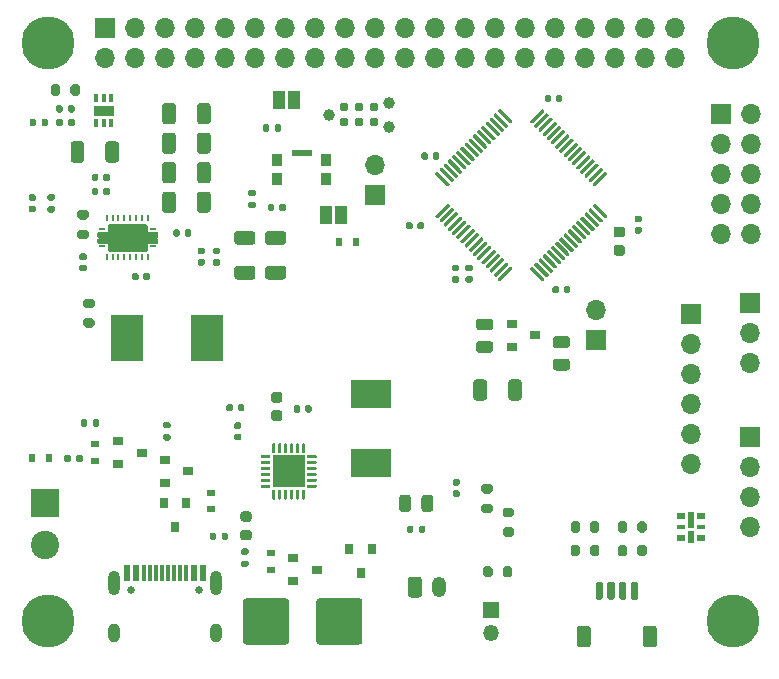
<source format=gts>
G04 #@! TF.GenerationSoftware,KiCad,Pcbnew,(5.1.8)-1*
G04 #@! TF.CreationDate,2020-12-29T13:17:47-08:00*
G04 #@! TF.ProjectId,SuperPower-RPi-KiCAD,53757065-7250-46f7-9765-722d5250692d,rev?*
G04 #@! TF.SameCoordinates,Original*
G04 #@! TF.FileFunction,Soldermask,Top*
G04 #@! TF.FilePolarity,Negative*
%FSLAX46Y46*%
G04 Gerber Fmt 4.6, Leading zero omitted, Abs format (unit mm)*
G04 Created by KiCad (PCBNEW (5.1.8)-1) date 2020-12-29 13:17:47*
%MOMM*%
%LPD*%
G01*
G04 APERTURE LIST*
%ADD10C,0.010000*%
%ADD11R,1.000000X1.500000*%
%ADD12R,0.600000X0.700000*%
%ADD13O,1.200000X1.750000*%
%ADD14R,2.700000X2.700000*%
%ADD15R,0.900000X0.800000*%
%ADD16C,0.500000*%
%ADD17R,1.700000X0.950000*%
%ADD18R,0.400000X0.650000*%
%ADD19O,1.700000X1.700000*%
%ADD20R,1.700000X1.700000*%
%ADD21R,0.700000X0.600000*%
%ADD22R,0.800000X0.900000*%
%ADD23R,2.750000X4.000000*%
%ADD24R,0.800000X0.500000*%
%ADD25R,0.800000X0.300000*%
%ADD26R,0.500000X1.000000*%
%ADD27R,0.500000X1.480000*%
%ADD28C,0.350000*%
%ADD29R,3.050000X2.050000*%
%ADD30R,0.240000X0.600000*%
%ADD31R,0.600000X0.240000*%
%ADD32C,2.400000*%
%ADD33R,2.400000X2.400000*%
%ADD34C,4.500000*%
%ADD35C,3.100000*%
%ADD36R,1.700000X0.550000*%
%ADD37R,0.900000X1.000000*%
%ADD38R,3.429000X2.413000*%
%ADD39R,0.600000X1.450000*%
%ADD40R,0.300000X1.450000*%
%ADD41O,1.000000X2.100000*%
%ADD42C,0.650000*%
%ADD43O,1.000000X1.600000*%
%ADD44C,0.787400*%
%ADD45C,0.990600*%
%ADD46O,1.350000X1.350000*%
%ADD47R,1.350000X1.350000*%
G04 APERTURE END LIST*
D10*
G36*
X58623000Y-70977000D02*
G01*
X57850000Y-70977000D01*
X57842045Y-70976792D01*
X57834112Y-70976167D01*
X57826222Y-70975129D01*
X57818397Y-70973678D01*
X57810660Y-70971821D01*
X57803029Y-70969561D01*
X57795528Y-70966904D01*
X57788176Y-70963859D01*
X57780993Y-70960433D01*
X57774000Y-70956636D01*
X57767215Y-70952478D01*
X57760657Y-70947971D01*
X57754343Y-70943126D01*
X57748292Y-70937958D01*
X57742520Y-70932480D01*
X57737042Y-70926708D01*
X57731874Y-70920657D01*
X57727029Y-70914343D01*
X57722522Y-70907785D01*
X57718364Y-70901000D01*
X57714567Y-70894007D01*
X57711141Y-70886824D01*
X57708096Y-70879472D01*
X57705439Y-70871971D01*
X57703179Y-70864340D01*
X57701322Y-70856603D01*
X57699871Y-70848778D01*
X57698833Y-70840888D01*
X57698208Y-70832955D01*
X57698000Y-70825000D01*
X57698000Y-70725000D01*
X57698208Y-70717045D01*
X57698833Y-70709112D01*
X57699871Y-70701222D01*
X57701322Y-70693397D01*
X57703179Y-70685660D01*
X57705439Y-70678029D01*
X57708096Y-70670528D01*
X57711141Y-70663176D01*
X57714567Y-70655993D01*
X57718364Y-70649000D01*
X57722522Y-70642215D01*
X57727029Y-70635657D01*
X57731874Y-70629343D01*
X57737042Y-70623292D01*
X57742520Y-70617520D01*
X57748292Y-70612042D01*
X57754343Y-70606874D01*
X57760657Y-70602029D01*
X57767215Y-70597522D01*
X57774000Y-70593364D01*
X57780993Y-70589567D01*
X57788176Y-70586141D01*
X57795528Y-70583096D01*
X57803029Y-70580439D01*
X57810660Y-70578179D01*
X57818397Y-70576322D01*
X57826222Y-70574871D01*
X57834112Y-70573833D01*
X57842045Y-70573208D01*
X57850000Y-70573000D01*
X58223000Y-70573000D01*
X58223000Y-70428000D01*
X58223000Y-70427000D01*
X57848000Y-70427000D01*
X57840150Y-70426794D01*
X57832321Y-70426178D01*
X57824535Y-70425153D01*
X57816813Y-70423722D01*
X57809177Y-70421889D01*
X57801647Y-70419658D01*
X57794245Y-70417037D01*
X57786990Y-70414032D01*
X57779901Y-70410651D01*
X57773000Y-70406904D01*
X57766304Y-70402801D01*
X57759832Y-70398353D01*
X57753602Y-70393572D01*
X57747630Y-70388472D01*
X57741934Y-70383066D01*
X57736528Y-70377370D01*
X57731428Y-70371398D01*
X57726647Y-70365168D01*
X57722199Y-70358696D01*
X57718096Y-70352000D01*
X57714349Y-70345099D01*
X57710968Y-70338010D01*
X57707963Y-70330755D01*
X57705342Y-70323353D01*
X57703111Y-70315823D01*
X57701278Y-70308187D01*
X57699847Y-70300465D01*
X57698822Y-70292679D01*
X57698206Y-70284850D01*
X57698000Y-70277000D01*
X57698000Y-70174000D01*
X57698207Y-70166097D01*
X57698827Y-70158216D01*
X57699859Y-70150378D01*
X57701300Y-70142605D01*
X57703145Y-70134918D01*
X57705390Y-70127338D01*
X57708029Y-70119886D01*
X57711055Y-70112583D01*
X57714458Y-70105447D01*
X57718230Y-70098500D01*
X57722361Y-70091760D01*
X57726838Y-70085244D01*
X57731651Y-70078973D01*
X57736785Y-70072961D01*
X57742227Y-70067227D01*
X57747961Y-70061785D01*
X57753973Y-70056651D01*
X57760244Y-70051838D01*
X57766760Y-70047361D01*
X57773500Y-70043230D01*
X57780447Y-70039458D01*
X57787583Y-70036055D01*
X57794886Y-70033029D01*
X57802338Y-70030390D01*
X57809918Y-70028145D01*
X57817605Y-70026300D01*
X57825378Y-70024859D01*
X57833216Y-70023827D01*
X57841097Y-70023207D01*
X57849000Y-70023000D01*
X58623000Y-70023000D01*
X58623000Y-69525000D01*
X58623208Y-69517045D01*
X58623833Y-69509112D01*
X58624871Y-69501222D01*
X58626322Y-69493397D01*
X58628179Y-69485660D01*
X58630439Y-69478029D01*
X58633096Y-69470528D01*
X58636141Y-69463176D01*
X58639567Y-69455993D01*
X58643364Y-69449000D01*
X58647522Y-69442215D01*
X58652029Y-69435657D01*
X58656874Y-69429343D01*
X58662042Y-69423292D01*
X58667520Y-69417520D01*
X58673292Y-69412042D01*
X58679343Y-69406874D01*
X58685657Y-69402029D01*
X58692215Y-69397522D01*
X58699000Y-69393364D01*
X58705993Y-69389567D01*
X58713176Y-69386141D01*
X58720528Y-69383096D01*
X58728029Y-69380439D01*
X58735660Y-69378179D01*
X58743397Y-69376322D01*
X58751222Y-69374871D01*
X58759112Y-69373833D01*
X58767045Y-69373208D01*
X58775000Y-69373000D01*
X61726000Y-69373000D01*
X61733850Y-69373206D01*
X61741679Y-69373822D01*
X61749465Y-69374847D01*
X61757187Y-69376278D01*
X61764823Y-69378111D01*
X61772353Y-69380342D01*
X61779755Y-69382963D01*
X61787010Y-69385968D01*
X61794099Y-69389349D01*
X61801000Y-69393096D01*
X61807696Y-69397199D01*
X61814168Y-69401647D01*
X61820398Y-69406428D01*
X61826370Y-69411528D01*
X61832066Y-69416934D01*
X61837472Y-69422630D01*
X61842572Y-69428602D01*
X61847353Y-69434832D01*
X61851801Y-69441304D01*
X61855904Y-69448000D01*
X61859651Y-69454901D01*
X61863032Y-69461990D01*
X61866037Y-69469245D01*
X61868658Y-69476647D01*
X61870889Y-69484177D01*
X61872722Y-69491813D01*
X61874153Y-69499535D01*
X61875178Y-69507321D01*
X61875794Y-69515150D01*
X61876000Y-69523000D01*
X61876000Y-70022000D01*
X61876001Y-70022052D01*
X61876005Y-70022105D01*
X61876012Y-70022156D01*
X61876022Y-70022208D01*
X61876034Y-70022259D01*
X61876049Y-70022309D01*
X61876066Y-70022358D01*
X61876086Y-70022407D01*
X61876109Y-70022454D01*
X61876134Y-70022500D01*
X61876161Y-70022545D01*
X61876191Y-70022588D01*
X61876223Y-70022629D01*
X61876257Y-70022669D01*
X61876293Y-70022707D01*
X61876331Y-70022743D01*
X61876371Y-70022777D01*
X61876412Y-70022809D01*
X61876455Y-70022839D01*
X61876500Y-70022866D01*
X61876546Y-70022891D01*
X61876593Y-70022914D01*
X61876642Y-70022934D01*
X61876691Y-70022951D01*
X61876741Y-70022966D01*
X61876792Y-70022978D01*
X61876844Y-70022988D01*
X61876895Y-70022995D01*
X61876948Y-70022999D01*
X61877000Y-70023000D01*
X62651000Y-70023000D01*
X62658850Y-70023206D01*
X62666679Y-70023822D01*
X62674465Y-70024847D01*
X62682187Y-70026278D01*
X62689823Y-70028111D01*
X62697353Y-70030342D01*
X62704755Y-70032963D01*
X62712010Y-70035968D01*
X62719099Y-70039349D01*
X62726000Y-70043096D01*
X62732696Y-70047199D01*
X62739168Y-70051647D01*
X62745398Y-70056428D01*
X62751370Y-70061528D01*
X62757066Y-70066934D01*
X62762472Y-70072630D01*
X62767572Y-70078602D01*
X62772353Y-70084832D01*
X62776801Y-70091304D01*
X62780904Y-70098000D01*
X62784651Y-70104901D01*
X62788032Y-70111990D01*
X62791037Y-70119245D01*
X62793658Y-70126647D01*
X62795889Y-70134177D01*
X62797722Y-70141813D01*
X62799153Y-70149535D01*
X62800178Y-70157321D01*
X62800794Y-70165150D01*
X62801000Y-70173000D01*
X62801000Y-70278000D01*
X62800796Y-70285798D01*
X62800184Y-70293575D01*
X62799166Y-70301309D01*
X62797744Y-70308979D01*
X62795923Y-70316564D01*
X62793707Y-70324044D01*
X62791103Y-70331397D01*
X62788118Y-70338604D01*
X62784760Y-70345645D01*
X62781038Y-70352500D01*
X62776962Y-70359151D01*
X62772544Y-70365580D01*
X62767795Y-70371769D01*
X62762729Y-70377700D01*
X62757359Y-70383359D01*
X62751700Y-70388729D01*
X62745769Y-70393795D01*
X62739580Y-70398544D01*
X62733151Y-70402962D01*
X62726500Y-70407038D01*
X62719645Y-70410760D01*
X62712604Y-70414118D01*
X62705397Y-70417103D01*
X62698044Y-70419707D01*
X62690564Y-70421923D01*
X62682979Y-70423744D01*
X62675309Y-70425166D01*
X62667575Y-70426184D01*
X62659798Y-70426796D01*
X62652000Y-70427000D01*
X62277000Y-70427000D01*
X62277000Y-70572000D01*
X62277001Y-70572052D01*
X62277005Y-70572105D01*
X62277012Y-70572156D01*
X62277022Y-70572208D01*
X62277034Y-70572259D01*
X62277049Y-70572309D01*
X62277066Y-70572358D01*
X62277086Y-70572407D01*
X62277109Y-70572454D01*
X62277134Y-70572500D01*
X62277161Y-70572545D01*
X62277191Y-70572588D01*
X62277223Y-70572629D01*
X62277257Y-70572669D01*
X62277293Y-70572707D01*
X62277331Y-70572743D01*
X62277371Y-70572777D01*
X62277412Y-70572809D01*
X62277455Y-70572839D01*
X62277500Y-70572866D01*
X62277546Y-70572891D01*
X62277593Y-70572914D01*
X62277642Y-70572934D01*
X62277691Y-70572951D01*
X62277741Y-70572966D01*
X62277792Y-70572978D01*
X62277844Y-70572988D01*
X62277895Y-70572995D01*
X62277948Y-70572999D01*
X62278000Y-70573000D01*
X62651000Y-70573000D01*
X62658850Y-70573206D01*
X62666679Y-70573822D01*
X62674465Y-70574847D01*
X62682187Y-70576278D01*
X62689823Y-70578111D01*
X62697353Y-70580342D01*
X62704755Y-70582963D01*
X62712010Y-70585968D01*
X62719099Y-70589349D01*
X62726000Y-70593096D01*
X62732696Y-70597199D01*
X62739168Y-70601647D01*
X62745398Y-70606428D01*
X62751370Y-70611528D01*
X62757066Y-70616934D01*
X62762472Y-70622630D01*
X62767572Y-70628602D01*
X62772353Y-70634832D01*
X62776801Y-70641304D01*
X62780904Y-70648000D01*
X62784651Y-70654901D01*
X62788032Y-70661990D01*
X62791037Y-70669245D01*
X62793658Y-70676647D01*
X62795889Y-70684177D01*
X62797722Y-70691813D01*
X62799153Y-70699535D01*
X62800178Y-70707321D01*
X62800794Y-70715150D01*
X62801000Y-70723000D01*
X62801000Y-70829000D01*
X62800797Y-70836746D01*
X62800189Y-70844470D01*
X62799178Y-70852152D01*
X62797766Y-70859771D01*
X62795957Y-70867305D01*
X62793756Y-70874735D01*
X62791170Y-70882038D01*
X62788205Y-70889197D01*
X62784869Y-70896191D01*
X62781172Y-70903000D01*
X62777123Y-70909607D01*
X62772735Y-70915992D01*
X62768018Y-70922139D01*
X62762985Y-70928031D01*
X62757652Y-70933652D01*
X62752031Y-70938985D01*
X62746139Y-70944018D01*
X62739992Y-70948735D01*
X62733607Y-70953123D01*
X62727000Y-70957172D01*
X62720191Y-70960869D01*
X62713197Y-70964205D01*
X62706038Y-70967170D01*
X62698735Y-70969756D01*
X62691305Y-70971957D01*
X62683771Y-70973766D01*
X62676152Y-70975178D01*
X62668470Y-70976189D01*
X62660746Y-70976797D01*
X62653000Y-70977000D01*
X61877000Y-70977000D01*
X61877000Y-71475000D01*
X61876792Y-71482955D01*
X61876167Y-71490888D01*
X61875129Y-71498778D01*
X61873678Y-71506603D01*
X61871821Y-71514340D01*
X61869561Y-71521971D01*
X61866904Y-71529472D01*
X61863859Y-71536824D01*
X61860433Y-71544007D01*
X61856636Y-71551000D01*
X61852478Y-71557785D01*
X61847971Y-71564343D01*
X61843126Y-71570657D01*
X61837958Y-71576708D01*
X61832480Y-71582480D01*
X61826708Y-71587958D01*
X61820657Y-71593126D01*
X61814343Y-71597971D01*
X61807785Y-71602478D01*
X61801000Y-71606636D01*
X61794007Y-71610433D01*
X61786824Y-71613859D01*
X61779472Y-71616904D01*
X61771971Y-71619561D01*
X61764340Y-71621821D01*
X61756603Y-71623678D01*
X61748778Y-71625129D01*
X61740888Y-71626167D01*
X61732955Y-71626792D01*
X61725000Y-71627000D01*
X58776000Y-71627000D01*
X58768045Y-71626792D01*
X58760112Y-71626167D01*
X58752222Y-71625129D01*
X58744397Y-71623678D01*
X58736660Y-71621821D01*
X58729029Y-71619561D01*
X58721528Y-71616904D01*
X58714176Y-71613859D01*
X58706993Y-71610433D01*
X58700000Y-71606636D01*
X58693215Y-71602478D01*
X58686657Y-71597971D01*
X58680343Y-71593126D01*
X58674292Y-71587958D01*
X58668520Y-71582480D01*
X58663042Y-71576708D01*
X58657874Y-71570657D01*
X58653029Y-71564343D01*
X58648522Y-71557785D01*
X58644364Y-71551000D01*
X58640567Y-71544007D01*
X58637141Y-71536824D01*
X58634096Y-71529472D01*
X58631439Y-71521971D01*
X58629179Y-71514340D01*
X58627322Y-71506603D01*
X58625871Y-71498778D01*
X58624833Y-71490888D01*
X58624208Y-71482955D01*
X58624000Y-71475000D01*
X58624000Y-70978000D01*
X58623999Y-70977948D01*
X58623995Y-70977895D01*
X58623988Y-70977844D01*
X58623978Y-70977792D01*
X58623966Y-70977741D01*
X58623951Y-70977691D01*
X58623934Y-70977642D01*
X58623914Y-70977593D01*
X58623891Y-70977546D01*
X58623866Y-70977500D01*
X58623839Y-70977455D01*
X58623809Y-70977412D01*
X58623777Y-70977371D01*
X58623743Y-70977331D01*
X58623707Y-70977293D01*
X58623669Y-70977257D01*
X58623629Y-70977223D01*
X58623588Y-70977191D01*
X58623545Y-70977161D01*
X58623500Y-70977134D01*
X58623454Y-70977109D01*
X58623407Y-70977086D01*
X58623358Y-70977066D01*
X58623309Y-70977049D01*
X58623259Y-70977034D01*
X58623208Y-70977022D01*
X58623156Y-70977012D01*
X58623105Y-70977005D01*
X58623052Y-70977001D01*
X58623000Y-70977000D01*
G37*
X58623000Y-70977000D02*
X57850000Y-70977000D01*
X57842045Y-70976792D01*
X57834112Y-70976167D01*
X57826222Y-70975129D01*
X57818397Y-70973678D01*
X57810660Y-70971821D01*
X57803029Y-70969561D01*
X57795528Y-70966904D01*
X57788176Y-70963859D01*
X57780993Y-70960433D01*
X57774000Y-70956636D01*
X57767215Y-70952478D01*
X57760657Y-70947971D01*
X57754343Y-70943126D01*
X57748292Y-70937958D01*
X57742520Y-70932480D01*
X57737042Y-70926708D01*
X57731874Y-70920657D01*
X57727029Y-70914343D01*
X57722522Y-70907785D01*
X57718364Y-70901000D01*
X57714567Y-70894007D01*
X57711141Y-70886824D01*
X57708096Y-70879472D01*
X57705439Y-70871971D01*
X57703179Y-70864340D01*
X57701322Y-70856603D01*
X57699871Y-70848778D01*
X57698833Y-70840888D01*
X57698208Y-70832955D01*
X57698000Y-70825000D01*
X57698000Y-70725000D01*
X57698208Y-70717045D01*
X57698833Y-70709112D01*
X57699871Y-70701222D01*
X57701322Y-70693397D01*
X57703179Y-70685660D01*
X57705439Y-70678029D01*
X57708096Y-70670528D01*
X57711141Y-70663176D01*
X57714567Y-70655993D01*
X57718364Y-70649000D01*
X57722522Y-70642215D01*
X57727029Y-70635657D01*
X57731874Y-70629343D01*
X57737042Y-70623292D01*
X57742520Y-70617520D01*
X57748292Y-70612042D01*
X57754343Y-70606874D01*
X57760657Y-70602029D01*
X57767215Y-70597522D01*
X57774000Y-70593364D01*
X57780993Y-70589567D01*
X57788176Y-70586141D01*
X57795528Y-70583096D01*
X57803029Y-70580439D01*
X57810660Y-70578179D01*
X57818397Y-70576322D01*
X57826222Y-70574871D01*
X57834112Y-70573833D01*
X57842045Y-70573208D01*
X57850000Y-70573000D01*
X58223000Y-70573000D01*
X58223000Y-70428000D01*
X58223000Y-70427000D01*
X57848000Y-70427000D01*
X57840150Y-70426794D01*
X57832321Y-70426178D01*
X57824535Y-70425153D01*
X57816813Y-70423722D01*
X57809177Y-70421889D01*
X57801647Y-70419658D01*
X57794245Y-70417037D01*
X57786990Y-70414032D01*
X57779901Y-70410651D01*
X57773000Y-70406904D01*
X57766304Y-70402801D01*
X57759832Y-70398353D01*
X57753602Y-70393572D01*
X57747630Y-70388472D01*
X57741934Y-70383066D01*
X57736528Y-70377370D01*
X57731428Y-70371398D01*
X57726647Y-70365168D01*
X57722199Y-70358696D01*
X57718096Y-70352000D01*
X57714349Y-70345099D01*
X57710968Y-70338010D01*
X57707963Y-70330755D01*
X57705342Y-70323353D01*
X57703111Y-70315823D01*
X57701278Y-70308187D01*
X57699847Y-70300465D01*
X57698822Y-70292679D01*
X57698206Y-70284850D01*
X57698000Y-70277000D01*
X57698000Y-70174000D01*
X57698207Y-70166097D01*
X57698827Y-70158216D01*
X57699859Y-70150378D01*
X57701300Y-70142605D01*
X57703145Y-70134918D01*
X57705390Y-70127338D01*
X57708029Y-70119886D01*
X57711055Y-70112583D01*
X57714458Y-70105447D01*
X57718230Y-70098500D01*
X57722361Y-70091760D01*
X57726838Y-70085244D01*
X57731651Y-70078973D01*
X57736785Y-70072961D01*
X57742227Y-70067227D01*
X57747961Y-70061785D01*
X57753973Y-70056651D01*
X57760244Y-70051838D01*
X57766760Y-70047361D01*
X57773500Y-70043230D01*
X57780447Y-70039458D01*
X57787583Y-70036055D01*
X57794886Y-70033029D01*
X57802338Y-70030390D01*
X57809918Y-70028145D01*
X57817605Y-70026300D01*
X57825378Y-70024859D01*
X57833216Y-70023827D01*
X57841097Y-70023207D01*
X57849000Y-70023000D01*
X58623000Y-70023000D01*
X58623000Y-69525000D01*
X58623208Y-69517045D01*
X58623833Y-69509112D01*
X58624871Y-69501222D01*
X58626322Y-69493397D01*
X58628179Y-69485660D01*
X58630439Y-69478029D01*
X58633096Y-69470528D01*
X58636141Y-69463176D01*
X58639567Y-69455993D01*
X58643364Y-69449000D01*
X58647522Y-69442215D01*
X58652029Y-69435657D01*
X58656874Y-69429343D01*
X58662042Y-69423292D01*
X58667520Y-69417520D01*
X58673292Y-69412042D01*
X58679343Y-69406874D01*
X58685657Y-69402029D01*
X58692215Y-69397522D01*
X58699000Y-69393364D01*
X58705993Y-69389567D01*
X58713176Y-69386141D01*
X58720528Y-69383096D01*
X58728029Y-69380439D01*
X58735660Y-69378179D01*
X58743397Y-69376322D01*
X58751222Y-69374871D01*
X58759112Y-69373833D01*
X58767045Y-69373208D01*
X58775000Y-69373000D01*
X61726000Y-69373000D01*
X61733850Y-69373206D01*
X61741679Y-69373822D01*
X61749465Y-69374847D01*
X61757187Y-69376278D01*
X61764823Y-69378111D01*
X61772353Y-69380342D01*
X61779755Y-69382963D01*
X61787010Y-69385968D01*
X61794099Y-69389349D01*
X61801000Y-69393096D01*
X61807696Y-69397199D01*
X61814168Y-69401647D01*
X61820398Y-69406428D01*
X61826370Y-69411528D01*
X61832066Y-69416934D01*
X61837472Y-69422630D01*
X61842572Y-69428602D01*
X61847353Y-69434832D01*
X61851801Y-69441304D01*
X61855904Y-69448000D01*
X61859651Y-69454901D01*
X61863032Y-69461990D01*
X61866037Y-69469245D01*
X61868658Y-69476647D01*
X61870889Y-69484177D01*
X61872722Y-69491813D01*
X61874153Y-69499535D01*
X61875178Y-69507321D01*
X61875794Y-69515150D01*
X61876000Y-69523000D01*
X61876000Y-70022000D01*
X61876001Y-70022052D01*
X61876005Y-70022105D01*
X61876012Y-70022156D01*
X61876022Y-70022208D01*
X61876034Y-70022259D01*
X61876049Y-70022309D01*
X61876066Y-70022358D01*
X61876086Y-70022407D01*
X61876109Y-70022454D01*
X61876134Y-70022500D01*
X61876161Y-70022545D01*
X61876191Y-70022588D01*
X61876223Y-70022629D01*
X61876257Y-70022669D01*
X61876293Y-70022707D01*
X61876331Y-70022743D01*
X61876371Y-70022777D01*
X61876412Y-70022809D01*
X61876455Y-70022839D01*
X61876500Y-70022866D01*
X61876546Y-70022891D01*
X61876593Y-70022914D01*
X61876642Y-70022934D01*
X61876691Y-70022951D01*
X61876741Y-70022966D01*
X61876792Y-70022978D01*
X61876844Y-70022988D01*
X61876895Y-70022995D01*
X61876948Y-70022999D01*
X61877000Y-70023000D01*
X62651000Y-70023000D01*
X62658850Y-70023206D01*
X62666679Y-70023822D01*
X62674465Y-70024847D01*
X62682187Y-70026278D01*
X62689823Y-70028111D01*
X62697353Y-70030342D01*
X62704755Y-70032963D01*
X62712010Y-70035968D01*
X62719099Y-70039349D01*
X62726000Y-70043096D01*
X62732696Y-70047199D01*
X62739168Y-70051647D01*
X62745398Y-70056428D01*
X62751370Y-70061528D01*
X62757066Y-70066934D01*
X62762472Y-70072630D01*
X62767572Y-70078602D01*
X62772353Y-70084832D01*
X62776801Y-70091304D01*
X62780904Y-70098000D01*
X62784651Y-70104901D01*
X62788032Y-70111990D01*
X62791037Y-70119245D01*
X62793658Y-70126647D01*
X62795889Y-70134177D01*
X62797722Y-70141813D01*
X62799153Y-70149535D01*
X62800178Y-70157321D01*
X62800794Y-70165150D01*
X62801000Y-70173000D01*
X62801000Y-70278000D01*
X62800796Y-70285798D01*
X62800184Y-70293575D01*
X62799166Y-70301309D01*
X62797744Y-70308979D01*
X62795923Y-70316564D01*
X62793707Y-70324044D01*
X62791103Y-70331397D01*
X62788118Y-70338604D01*
X62784760Y-70345645D01*
X62781038Y-70352500D01*
X62776962Y-70359151D01*
X62772544Y-70365580D01*
X62767795Y-70371769D01*
X62762729Y-70377700D01*
X62757359Y-70383359D01*
X62751700Y-70388729D01*
X62745769Y-70393795D01*
X62739580Y-70398544D01*
X62733151Y-70402962D01*
X62726500Y-70407038D01*
X62719645Y-70410760D01*
X62712604Y-70414118D01*
X62705397Y-70417103D01*
X62698044Y-70419707D01*
X62690564Y-70421923D01*
X62682979Y-70423744D01*
X62675309Y-70425166D01*
X62667575Y-70426184D01*
X62659798Y-70426796D01*
X62652000Y-70427000D01*
X62277000Y-70427000D01*
X62277000Y-70572000D01*
X62277001Y-70572052D01*
X62277005Y-70572105D01*
X62277012Y-70572156D01*
X62277022Y-70572208D01*
X62277034Y-70572259D01*
X62277049Y-70572309D01*
X62277066Y-70572358D01*
X62277086Y-70572407D01*
X62277109Y-70572454D01*
X62277134Y-70572500D01*
X62277161Y-70572545D01*
X62277191Y-70572588D01*
X62277223Y-70572629D01*
X62277257Y-70572669D01*
X62277293Y-70572707D01*
X62277331Y-70572743D01*
X62277371Y-70572777D01*
X62277412Y-70572809D01*
X62277455Y-70572839D01*
X62277500Y-70572866D01*
X62277546Y-70572891D01*
X62277593Y-70572914D01*
X62277642Y-70572934D01*
X62277691Y-70572951D01*
X62277741Y-70572966D01*
X62277792Y-70572978D01*
X62277844Y-70572988D01*
X62277895Y-70572995D01*
X62277948Y-70572999D01*
X62278000Y-70573000D01*
X62651000Y-70573000D01*
X62658850Y-70573206D01*
X62666679Y-70573822D01*
X62674465Y-70574847D01*
X62682187Y-70576278D01*
X62689823Y-70578111D01*
X62697353Y-70580342D01*
X62704755Y-70582963D01*
X62712010Y-70585968D01*
X62719099Y-70589349D01*
X62726000Y-70593096D01*
X62732696Y-70597199D01*
X62739168Y-70601647D01*
X62745398Y-70606428D01*
X62751370Y-70611528D01*
X62757066Y-70616934D01*
X62762472Y-70622630D01*
X62767572Y-70628602D01*
X62772353Y-70634832D01*
X62776801Y-70641304D01*
X62780904Y-70648000D01*
X62784651Y-70654901D01*
X62788032Y-70661990D01*
X62791037Y-70669245D01*
X62793658Y-70676647D01*
X62795889Y-70684177D01*
X62797722Y-70691813D01*
X62799153Y-70699535D01*
X62800178Y-70707321D01*
X62800794Y-70715150D01*
X62801000Y-70723000D01*
X62801000Y-70829000D01*
X62800797Y-70836746D01*
X62800189Y-70844470D01*
X62799178Y-70852152D01*
X62797766Y-70859771D01*
X62795957Y-70867305D01*
X62793756Y-70874735D01*
X62791170Y-70882038D01*
X62788205Y-70889197D01*
X62784869Y-70896191D01*
X62781172Y-70903000D01*
X62777123Y-70909607D01*
X62772735Y-70915992D01*
X62768018Y-70922139D01*
X62762985Y-70928031D01*
X62757652Y-70933652D01*
X62752031Y-70938985D01*
X62746139Y-70944018D01*
X62739992Y-70948735D01*
X62733607Y-70953123D01*
X62727000Y-70957172D01*
X62720191Y-70960869D01*
X62713197Y-70964205D01*
X62706038Y-70967170D01*
X62698735Y-70969756D01*
X62691305Y-70971957D01*
X62683771Y-70973766D01*
X62676152Y-70975178D01*
X62668470Y-70976189D01*
X62660746Y-70976797D01*
X62653000Y-70977000D01*
X61877000Y-70977000D01*
X61877000Y-71475000D01*
X61876792Y-71482955D01*
X61876167Y-71490888D01*
X61875129Y-71498778D01*
X61873678Y-71506603D01*
X61871821Y-71514340D01*
X61869561Y-71521971D01*
X61866904Y-71529472D01*
X61863859Y-71536824D01*
X61860433Y-71544007D01*
X61856636Y-71551000D01*
X61852478Y-71557785D01*
X61847971Y-71564343D01*
X61843126Y-71570657D01*
X61837958Y-71576708D01*
X61832480Y-71582480D01*
X61826708Y-71587958D01*
X61820657Y-71593126D01*
X61814343Y-71597971D01*
X61807785Y-71602478D01*
X61801000Y-71606636D01*
X61794007Y-71610433D01*
X61786824Y-71613859D01*
X61779472Y-71616904D01*
X61771971Y-71619561D01*
X61764340Y-71621821D01*
X61756603Y-71623678D01*
X61748778Y-71625129D01*
X61740888Y-71626167D01*
X61732955Y-71626792D01*
X61725000Y-71627000D01*
X58776000Y-71627000D01*
X58768045Y-71626792D01*
X58760112Y-71626167D01*
X58752222Y-71625129D01*
X58744397Y-71623678D01*
X58736660Y-71621821D01*
X58729029Y-71619561D01*
X58721528Y-71616904D01*
X58714176Y-71613859D01*
X58706993Y-71610433D01*
X58700000Y-71606636D01*
X58693215Y-71602478D01*
X58686657Y-71597971D01*
X58680343Y-71593126D01*
X58674292Y-71587958D01*
X58668520Y-71582480D01*
X58663042Y-71576708D01*
X58657874Y-71570657D01*
X58653029Y-71564343D01*
X58648522Y-71557785D01*
X58644364Y-71551000D01*
X58640567Y-71544007D01*
X58637141Y-71536824D01*
X58634096Y-71529472D01*
X58631439Y-71521971D01*
X58629179Y-71514340D01*
X58627322Y-71506603D01*
X58625871Y-71498778D01*
X58624833Y-71490888D01*
X58624208Y-71482955D01*
X58624000Y-71475000D01*
X58624000Y-70978000D01*
X58623999Y-70977948D01*
X58623995Y-70977895D01*
X58623988Y-70977844D01*
X58623978Y-70977792D01*
X58623966Y-70977741D01*
X58623951Y-70977691D01*
X58623934Y-70977642D01*
X58623914Y-70977593D01*
X58623891Y-70977546D01*
X58623866Y-70977500D01*
X58623839Y-70977455D01*
X58623809Y-70977412D01*
X58623777Y-70977371D01*
X58623743Y-70977331D01*
X58623707Y-70977293D01*
X58623669Y-70977257D01*
X58623629Y-70977223D01*
X58623588Y-70977191D01*
X58623545Y-70977161D01*
X58623500Y-70977134D01*
X58623454Y-70977109D01*
X58623407Y-70977086D01*
X58623358Y-70977066D01*
X58623309Y-70977049D01*
X58623259Y-70977034D01*
X58623208Y-70977022D01*
X58623156Y-70977012D01*
X58623105Y-70977005D01*
X58623052Y-70977001D01*
X58623000Y-70977000D01*
G36*
G01*
X73100000Y-68120000D02*
X73100000Y-67780000D01*
G75*
G02*
X73240000Y-67640000I140000J0D01*
G01*
X73520000Y-67640000D01*
G75*
G02*
X73660000Y-67780000I0J-140000D01*
G01*
X73660000Y-68120000D01*
G75*
G02*
X73520000Y-68260000I-140000J0D01*
G01*
X73240000Y-68260000D01*
G75*
G02*
X73100000Y-68120000I0J140000D01*
G01*
G37*
G36*
G01*
X72140000Y-68120000D02*
X72140000Y-67780000D01*
G75*
G02*
X72280000Y-67640000I140000J0D01*
G01*
X72560000Y-67640000D01*
G75*
G02*
X72700000Y-67780000I0J-140000D01*
G01*
X72700000Y-68120000D01*
G75*
G02*
X72560000Y-68260000I-140000J0D01*
G01*
X72280000Y-68260000D01*
G75*
G02*
X72140000Y-68120000I0J140000D01*
G01*
G37*
D11*
X77080000Y-68590000D03*
X78380000Y-68590000D03*
D12*
X79590000Y-70830000D03*
X78190000Y-70830000D03*
G36*
G01*
X70985000Y-67010000D02*
X70615000Y-67010000D01*
G75*
G02*
X70480000Y-66875000I0J135000D01*
G01*
X70480000Y-66605000D01*
G75*
G02*
X70615000Y-66470000I135000J0D01*
G01*
X70985000Y-66470000D01*
G75*
G02*
X71120000Y-66605000I0J-135000D01*
G01*
X71120000Y-66875000D01*
G75*
G02*
X70985000Y-67010000I-135000J0D01*
G01*
G37*
G36*
G01*
X70985000Y-68030000D02*
X70615000Y-68030000D01*
G75*
G02*
X70480000Y-67895000I0J135000D01*
G01*
X70480000Y-67625000D01*
G75*
G02*
X70615000Y-67490000I135000J0D01*
G01*
X70985000Y-67490000D01*
G75*
G02*
X71120000Y-67625000I0J-135000D01*
G01*
X71120000Y-67895000D01*
G75*
G02*
X70985000Y-68030000I-135000J0D01*
G01*
G37*
D13*
X86600000Y-100100000D03*
G36*
G01*
X84000000Y-100725001D02*
X84000000Y-99474999D01*
G75*
G02*
X84249999Y-99225000I249999J0D01*
G01*
X84950001Y-99225000D01*
G75*
G02*
X85200000Y-99474999I0J-249999D01*
G01*
X85200000Y-100725001D01*
G75*
G02*
X84950001Y-100975000I-249999J0D01*
G01*
X84249999Y-100975000D01*
G75*
G02*
X84000000Y-100725001I0J249999D01*
G01*
G37*
G36*
G01*
X71525000Y-89112500D02*
X71525000Y-88987500D01*
G75*
G02*
X71587500Y-88925000I62500J0D01*
G01*
X72287500Y-88925000D01*
G75*
G02*
X72350000Y-88987500I0J-62500D01*
G01*
X72350000Y-89112500D01*
G75*
G02*
X72287500Y-89175000I-62500J0D01*
G01*
X71587500Y-89175000D01*
G75*
G02*
X71525000Y-89112500I0J62500D01*
G01*
G37*
G36*
G01*
X71525000Y-89612500D02*
X71525000Y-89487500D01*
G75*
G02*
X71587500Y-89425000I62500J0D01*
G01*
X72287500Y-89425000D01*
G75*
G02*
X72350000Y-89487500I0J-62500D01*
G01*
X72350000Y-89612500D01*
G75*
G02*
X72287500Y-89675000I-62500J0D01*
G01*
X71587500Y-89675000D01*
G75*
G02*
X71525000Y-89612500I0J62500D01*
G01*
G37*
G36*
G01*
X71525000Y-90112500D02*
X71525000Y-89987500D01*
G75*
G02*
X71587500Y-89925000I62500J0D01*
G01*
X72287500Y-89925000D01*
G75*
G02*
X72350000Y-89987500I0J-62500D01*
G01*
X72350000Y-90112500D01*
G75*
G02*
X72287500Y-90175000I-62500J0D01*
G01*
X71587500Y-90175000D01*
G75*
G02*
X71525000Y-90112500I0J62500D01*
G01*
G37*
G36*
G01*
X71525000Y-90612500D02*
X71525000Y-90487500D01*
G75*
G02*
X71587500Y-90425000I62500J0D01*
G01*
X72287500Y-90425000D01*
G75*
G02*
X72350000Y-90487500I0J-62500D01*
G01*
X72350000Y-90612500D01*
G75*
G02*
X72287500Y-90675000I-62500J0D01*
G01*
X71587500Y-90675000D01*
G75*
G02*
X71525000Y-90612500I0J62500D01*
G01*
G37*
G36*
G01*
X71525000Y-91112500D02*
X71525000Y-90987500D01*
G75*
G02*
X71587500Y-90925000I62500J0D01*
G01*
X72287500Y-90925000D01*
G75*
G02*
X72350000Y-90987500I0J-62500D01*
G01*
X72350000Y-91112500D01*
G75*
G02*
X72287500Y-91175000I-62500J0D01*
G01*
X71587500Y-91175000D01*
G75*
G02*
X71525000Y-91112500I0J62500D01*
G01*
G37*
G36*
G01*
X71525000Y-91612500D02*
X71525000Y-91487500D01*
G75*
G02*
X71587500Y-91425000I62500J0D01*
G01*
X72287500Y-91425000D01*
G75*
G02*
X72350000Y-91487500I0J-62500D01*
G01*
X72350000Y-91612500D01*
G75*
G02*
X72287500Y-91675000I-62500J0D01*
G01*
X71587500Y-91675000D01*
G75*
G02*
X71525000Y-91612500I0J62500D01*
G01*
G37*
G36*
G01*
X72525000Y-92612500D02*
X72525000Y-91912500D01*
G75*
G02*
X72587500Y-91850000I62500J0D01*
G01*
X72712500Y-91850000D01*
G75*
G02*
X72775000Y-91912500I0J-62500D01*
G01*
X72775000Y-92612500D01*
G75*
G02*
X72712500Y-92675000I-62500J0D01*
G01*
X72587500Y-92675000D01*
G75*
G02*
X72525000Y-92612500I0J62500D01*
G01*
G37*
G36*
G01*
X73025000Y-92612500D02*
X73025000Y-91912500D01*
G75*
G02*
X73087500Y-91850000I62500J0D01*
G01*
X73212500Y-91850000D01*
G75*
G02*
X73275000Y-91912500I0J-62500D01*
G01*
X73275000Y-92612500D01*
G75*
G02*
X73212500Y-92675000I-62500J0D01*
G01*
X73087500Y-92675000D01*
G75*
G02*
X73025000Y-92612500I0J62500D01*
G01*
G37*
G36*
G01*
X73525000Y-92612500D02*
X73525000Y-91912500D01*
G75*
G02*
X73587500Y-91850000I62500J0D01*
G01*
X73712500Y-91850000D01*
G75*
G02*
X73775000Y-91912500I0J-62500D01*
G01*
X73775000Y-92612500D01*
G75*
G02*
X73712500Y-92675000I-62500J0D01*
G01*
X73587500Y-92675000D01*
G75*
G02*
X73525000Y-92612500I0J62500D01*
G01*
G37*
G36*
G01*
X74025000Y-92612500D02*
X74025000Y-91912500D01*
G75*
G02*
X74087500Y-91850000I62500J0D01*
G01*
X74212500Y-91850000D01*
G75*
G02*
X74275000Y-91912500I0J-62500D01*
G01*
X74275000Y-92612500D01*
G75*
G02*
X74212500Y-92675000I-62500J0D01*
G01*
X74087500Y-92675000D01*
G75*
G02*
X74025000Y-92612500I0J62500D01*
G01*
G37*
G36*
G01*
X74525000Y-92612500D02*
X74525000Y-91912500D01*
G75*
G02*
X74587500Y-91850000I62500J0D01*
G01*
X74712500Y-91850000D01*
G75*
G02*
X74775000Y-91912500I0J-62500D01*
G01*
X74775000Y-92612500D01*
G75*
G02*
X74712500Y-92675000I-62500J0D01*
G01*
X74587500Y-92675000D01*
G75*
G02*
X74525000Y-92612500I0J62500D01*
G01*
G37*
G36*
G01*
X75025000Y-92612500D02*
X75025000Y-91912500D01*
G75*
G02*
X75087500Y-91850000I62500J0D01*
G01*
X75212500Y-91850000D01*
G75*
G02*
X75275000Y-91912500I0J-62500D01*
G01*
X75275000Y-92612500D01*
G75*
G02*
X75212500Y-92675000I-62500J0D01*
G01*
X75087500Y-92675000D01*
G75*
G02*
X75025000Y-92612500I0J62500D01*
G01*
G37*
G36*
G01*
X75450000Y-91612500D02*
X75450000Y-91487500D01*
G75*
G02*
X75512500Y-91425000I62500J0D01*
G01*
X76212500Y-91425000D01*
G75*
G02*
X76275000Y-91487500I0J-62500D01*
G01*
X76275000Y-91612500D01*
G75*
G02*
X76212500Y-91675000I-62500J0D01*
G01*
X75512500Y-91675000D01*
G75*
G02*
X75450000Y-91612500I0J62500D01*
G01*
G37*
G36*
G01*
X75450000Y-91112500D02*
X75450000Y-90987500D01*
G75*
G02*
X75512500Y-90925000I62500J0D01*
G01*
X76212500Y-90925000D01*
G75*
G02*
X76275000Y-90987500I0J-62500D01*
G01*
X76275000Y-91112500D01*
G75*
G02*
X76212500Y-91175000I-62500J0D01*
G01*
X75512500Y-91175000D01*
G75*
G02*
X75450000Y-91112500I0J62500D01*
G01*
G37*
G36*
G01*
X75450000Y-90612500D02*
X75450000Y-90487500D01*
G75*
G02*
X75512500Y-90425000I62500J0D01*
G01*
X76212500Y-90425000D01*
G75*
G02*
X76275000Y-90487500I0J-62500D01*
G01*
X76275000Y-90612500D01*
G75*
G02*
X76212500Y-90675000I-62500J0D01*
G01*
X75512500Y-90675000D01*
G75*
G02*
X75450000Y-90612500I0J62500D01*
G01*
G37*
G36*
G01*
X75450000Y-90112500D02*
X75450000Y-89987500D01*
G75*
G02*
X75512500Y-89925000I62500J0D01*
G01*
X76212500Y-89925000D01*
G75*
G02*
X76275000Y-89987500I0J-62500D01*
G01*
X76275000Y-90112500D01*
G75*
G02*
X76212500Y-90175000I-62500J0D01*
G01*
X75512500Y-90175000D01*
G75*
G02*
X75450000Y-90112500I0J62500D01*
G01*
G37*
G36*
G01*
X75450000Y-89612500D02*
X75450000Y-89487500D01*
G75*
G02*
X75512500Y-89425000I62500J0D01*
G01*
X76212500Y-89425000D01*
G75*
G02*
X76275000Y-89487500I0J-62500D01*
G01*
X76275000Y-89612500D01*
G75*
G02*
X76212500Y-89675000I-62500J0D01*
G01*
X75512500Y-89675000D01*
G75*
G02*
X75450000Y-89612500I0J62500D01*
G01*
G37*
G36*
G01*
X75450000Y-89112500D02*
X75450000Y-88987500D01*
G75*
G02*
X75512500Y-88925000I62500J0D01*
G01*
X76212500Y-88925000D01*
G75*
G02*
X76275000Y-88987500I0J-62500D01*
G01*
X76275000Y-89112500D01*
G75*
G02*
X76212500Y-89175000I-62500J0D01*
G01*
X75512500Y-89175000D01*
G75*
G02*
X75450000Y-89112500I0J62500D01*
G01*
G37*
G36*
G01*
X75025000Y-88687500D02*
X75025000Y-87987500D01*
G75*
G02*
X75087500Y-87925000I62500J0D01*
G01*
X75212500Y-87925000D01*
G75*
G02*
X75275000Y-87987500I0J-62500D01*
G01*
X75275000Y-88687500D01*
G75*
G02*
X75212500Y-88750000I-62500J0D01*
G01*
X75087500Y-88750000D01*
G75*
G02*
X75025000Y-88687500I0J62500D01*
G01*
G37*
G36*
G01*
X74525000Y-88687500D02*
X74525000Y-87987500D01*
G75*
G02*
X74587500Y-87925000I62500J0D01*
G01*
X74712500Y-87925000D01*
G75*
G02*
X74775000Y-87987500I0J-62500D01*
G01*
X74775000Y-88687500D01*
G75*
G02*
X74712500Y-88750000I-62500J0D01*
G01*
X74587500Y-88750000D01*
G75*
G02*
X74525000Y-88687500I0J62500D01*
G01*
G37*
G36*
G01*
X74025000Y-88687500D02*
X74025000Y-87987500D01*
G75*
G02*
X74087500Y-87925000I62500J0D01*
G01*
X74212500Y-87925000D01*
G75*
G02*
X74275000Y-87987500I0J-62500D01*
G01*
X74275000Y-88687500D01*
G75*
G02*
X74212500Y-88750000I-62500J0D01*
G01*
X74087500Y-88750000D01*
G75*
G02*
X74025000Y-88687500I0J62500D01*
G01*
G37*
G36*
G01*
X73525000Y-88687500D02*
X73525000Y-87987500D01*
G75*
G02*
X73587500Y-87925000I62500J0D01*
G01*
X73712500Y-87925000D01*
G75*
G02*
X73775000Y-87987500I0J-62500D01*
G01*
X73775000Y-88687500D01*
G75*
G02*
X73712500Y-88750000I-62500J0D01*
G01*
X73587500Y-88750000D01*
G75*
G02*
X73525000Y-88687500I0J62500D01*
G01*
G37*
G36*
G01*
X73025000Y-88687500D02*
X73025000Y-87987500D01*
G75*
G02*
X73087500Y-87925000I62500J0D01*
G01*
X73212500Y-87925000D01*
G75*
G02*
X73275000Y-87987500I0J-62500D01*
G01*
X73275000Y-88687500D01*
G75*
G02*
X73212500Y-88750000I-62500J0D01*
G01*
X73087500Y-88750000D01*
G75*
G02*
X73025000Y-88687500I0J62500D01*
G01*
G37*
G36*
G01*
X72525000Y-88687500D02*
X72525000Y-87987500D01*
G75*
G02*
X72587500Y-87925000I62500J0D01*
G01*
X72712500Y-87925000D01*
G75*
G02*
X72775000Y-87987500I0J-62500D01*
G01*
X72775000Y-88687500D01*
G75*
G02*
X72712500Y-88750000I-62500J0D01*
G01*
X72587500Y-88750000D01*
G75*
G02*
X72525000Y-88687500I0J62500D01*
G01*
G37*
D14*
X73900000Y-90300000D03*
G36*
G01*
X85150000Y-93475000D02*
X85150000Y-92525000D01*
G75*
G02*
X85400000Y-92275000I250000J0D01*
G01*
X85900000Y-92275000D01*
G75*
G02*
X86150000Y-92525000I0J-250000D01*
G01*
X86150000Y-93475000D01*
G75*
G02*
X85900000Y-93725000I-250000J0D01*
G01*
X85400000Y-93725000D01*
G75*
G02*
X85150000Y-93475000I0J250000D01*
G01*
G37*
G36*
G01*
X83250000Y-93475000D02*
X83250000Y-92525000D01*
G75*
G02*
X83500000Y-92275000I250000J0D01*
G01*
X84000000Y-92275000D01*
G75*
G02*
X84250000Y-92525000I0J-250000D01*
G01*
X84250000Y-93475000D01*
G75*
G02*
X84000000Y-93725000I-250000J0D01*
G01*
X83500000Y-93725000D01*
G75*
G02*
X83250000Y-93475000I0J250000D01*
G01*
G37*
D15*
X76300000Y-98600000D03*
X74300000Y-99550000D03*
X74300000Y-97650000D03*
G36*
G01*
X70385000Y-97360000D02*
X70015000Y-97360000D01*
G75*
G02*
X69880000Y-97225000I0J135000D01*
G01*
X69880000Y-96955000D01*
G75*
G02*
X70015000Y-96820000I135000J0D01*
G01*
X70385000Y-96820000D01*
G75*
G02*
X70520000Y-96955000I0J-135000D01*
G01*
X70520000Y-97225000D01*
G75*
G02*
X70385000Y-97360000I-135000J0D01*
G01*
G37*
G36*
G01*
X70385000Y-98380000D02*
X70015000Y-98380000D01*
G75*
G02*
X69880000Y-98245000I0J135000D01*
G01*
X69880000Y-97975000D01*
G75*
G02*
X70015000Y-97840000I135000J0D01*
G01*
X70385000Y-97840000D01*
G75*
G02*
X70520000Y-97975000I0J-135000D01*
G01*
X70520000Y-98245000D01*
G75*
G02*
X70385000Y-98380000I-135000J0D01*
G01*
G37*
D16*
X57750000Y-59750000D03*
X58750000Y-59750000D03*
D17*
X58250000Y-59750000D03*
D18*
X58900000Y-60800000D03*
X58250000Y-60800000D03*
X57600000Y-60800000D03*
X57600000Y-58700000D03*
X58250000Y-58700000D03*
X58900000Y-58700000D03*
G36*
G01*
X54575000Y-57725000D02*
X54575000Y-58275000D01*
G75*
G02*
X54375000Y-58475000I-200000J0D01*
G01*
X53975000Y-58475000D01*
G75*
G02*
X53775000Y-58275000I0J200000D01*
G01*
X53775000Y-57725000D01*
G75*
G02*
X53975000Y-57525000I200000J0D01*
G01*
X54375000Y-57525000D01*
G75*
G02*
X54575000Y-57725000I0J-200000D01*
G01*
G37*
G36*
G01*
X56225000Y-57725000D02*
X56225000Y-58275000D01*
G75*
G02*
X56025000Y-58475000I-200000J0D01*
G01*
X55625000Y-58475000D01*
G75*
G02*
X55425000Y-58275000I0J200000D01*
G01*
X55425000Y-57725000D01*
G75*
G02*
X55625000Y-57525000I200000J0D01*
G01*
X56025000Y-57525000D01*
G75*
G02*
X56225000Y-57725000I0J-200000D01*
G01*
G37*
D15*
X94800000Y-78770000D03*
X92800000Y-79720000D03*
X92800000Y-77820000D03*
D19*
X108000000Y-89700000D03*
X108000000Y-87160000D03*
X108000000Y-84620000D03*
X108000000Y-82080000D03*
X108000000Y-79540000D03*
D20*
X108000000Y-77000000D03*
G36*
G01*
X97475000Y-79850000D02*
X96525000Y-79850000D01*
G75*
G02*
X96275000Y-79600000I0J250000D01*
G01*
X96275000Y-79100000D01*
G75*
G02*
X96525000Y-78850000I250000J0D01*
G01*
X97475000Y-78850000D01*
G75*
G02*
X97725000Y-79100000I0J-250000D01*
G01*
X97725000Y-79600000D01*
G75*
G02*
X97475000Y-79850000I-250000J0D01*
G01*
G37*
G36*
G01*
X97475000Y-81750000D02*
X96525000Y-81750000D01*
G75*
G02*
X96275000Y-81500000I0J250000D01*
G01*
X96275000Y-81000000D01*
G75*
G02*
X96525000Y-80750000I250000J0D01*
G01*
X97475000Y-80750000D01*
G75*
G02*
X97725000Y-81000000I0J-250000D01*
G01*
X97725000Y-81500000D01*
G75*
G02*
X97475000Y-81750000I-250000J0D01*
G01*
G37*
G36*
G01*
X90025000Y-79250000D02*
X90975000Y-79250000D01*
G75*
G02*
X91225000Y-79500000I0J-250000D01*
G01*
X91225000Y-80000000D01*
G75*
G02*
X90975000Y-80250000I-250000J0D01*
G01*
X90025000Y-80250000D01*
G75*
G02*
X89775000Y-80000000I0J250000D01*
G01*
X89775000Y-79500000D01*
G75*
G02*
X90025000Y-79250000I250000J0D01*
G01*
G37*
G36*
G01*
X90025000Y-77350000D02*
X90975000Y-77350000D01*
G75*
G02*
X91225000Y-77600000I0J-250000D01*
G01*
X91225000Y-78100000D01*
G75*
G02*
X90975000Y-78350000I-250000J0D01*
G01*
X90025000Y-78350000D01*
G75*
G02*
X89775000Y-78100000I0J250000D01*
G01*
X89775000Y-77600000D01*
G75*
G02*
X90025000Y-77350000I250000J0D01*
G01*
G37*
G36*
G01*
X89360000Y-73360000D02*
X89020000Y-73360000D01*
G75*
G02*
X88880000Y-73220000I0J140000D01*
G01*
X88880000Y-72940000D01*
G75*
G02*
X89020000Y-72800000I140000J0D01*
G01*
X89360000Y-72800000D01*
G75*
G02*
X89500000Y-72940000I0J-140000D01*
G01*
X89500000Y-73220000D01*
G75*
G02*
X89360000Y-73360000I-140000J0D01*
G01*
G37*
G36*
G01*
X89360000Y-74320000D02*
X89020000Y-74320000D01*
G75*
G02*
X88880000Y-74180000I0J140000D01*
G01*
X88880000Y-73900000D01*
G75*
G02*
X89020000Y-73760000I140000J0D01*
G01*
X89360000Y-73760000D01*
G75*
G02*
X89500000Y-73900000I0J-140000D01*
G01*
X89500000Y-74180000D01*
G75*
G02*
X89360000Y-74320000I-140000J0D01*
G01*
G37*
G36*
G01*
X88200000Y-73360000D02*
X87860000Y-73360000D01*
G75*
G02*
X87720000Y-73220000I0J140000D01*
G01*
X87720000Y-72940000D01*
G75*
G02*
X87860000Y-72800000I140000J0D01*
G01*
X88200000Y-72800000D01*
G75*
G02*
X88340000Y-72940000I0J-140000D01*
G01*
X88340000Y-73220000D01*
G75*
G02*
X88200000Y-73360000I-140000J0D01*
G01*
G37*
G36*
G01*
X88200000Y-74320000D02*
X87860000Y-74320000D01*
G75*
G02*
X87720000Y-74180000I0J140000D01*
G01*
X87720000Y-73900000D01*
G75*
G02*
X87860000Y-73760000I140000J0D01*
G01*
X88200000Y-73760000D01*
G75*
G02*
X88340000Y-73900000I0J-140000D01*
G01*
X88340000Y-74180000D01*
G75*
G02*
X88200000Y-74320000I-140000J0D01*
G01*
G37*
G36*
G01*
X87930000Y-91900000D02*
X88270000Y-91900000D01*
G75*
G02*
X88410000Y-92040000I0J-140000D01*
G01*
X88410000Y-92320000D01*
G75*
G02*
X88270000Y-92460000I-140000J0D01*
G01*
X87930000Y-92460000D01*
G75*
G02*
X87790000Y-92320000I0J140000D01*
G01*
X87790000Y-92040000D01*
G75*
G02*
X87930000Y-91900000I140000J0D01*
G01*
G37*
G36*
G01*
X87930000Y-90940000D02*
X88270000Y-90940000D01*
G75*
G02*
X88410000Y-91080000I0J-140000D01*
G01*
X88410000Y-91360000D01*
G75*
G02*
X88270000Y-91500000I-140000J0D01*
G01*
X87930000Y-91500000D01*
G75*
G02*
X87790000Y-91360000I0J140000D01*
G01*
X87790000Y-91080000D01*
G75*
G02*
X87930000Y-90940000I140000J0D01*
G01*
G37*
G36*
G01*
X69200000Y-84730000D02*
X69200000Y-85070000D01*
G75*
G02*
X69060000Y-85210000I-140000J0D01*
G01*
X68780000Y-85210000D01*
G75*
G02*
X68640000Y-85070000I0J140000D01*
G01*
X68640000Y-84730000D01*
G75*
G02*
X68780000Y-84590000I140000J0D01*
G01*
X69060000Y-84590000D01*
G75*
G02*
X69200000Y-84730000I0J-140000D01*
G01*
G37*
G36*
G01*
X70160000Y-84730000D02*
X70160000Y-85070000D01*
G75*
G02*
X70020000Y-85210000I-140000J0D01*
G01*
X69740000Y-85210000D01*
G75*
G02*
X69600000Y-85070000I0J140000D01*
G01*
X69600000Y-84730000D01*
G75*
G02*
X69740000Y-84590000I140000J0D01*
G01*
X70020000Y-84590000D01*
G75*
G02*
X70160000Y-84730000I0J-140000D01*
G01*
G37*
G36*
G01*
X69770000Y-86700000D02*
X69430000Y-86700000D01*
G75*
G02*
X69290000Y-86560000I0J140000D01*
G01*
X69290000Y-86280000D01*
G75*
G02*
X69430000Y-86140000I140000J0D01*
G01*
X69770000Y-86140000D01*
G75*
G02*
X69910000Y-86280000I0J-140000D01*
G01*
X69910000Y-86560000D01*
G75*
G02*
X69770000Y-86700000I-140000J0D01*
G01*
G37*
G36*
G01*
X69770000Y-87660000D02*
X69430000Y-87660000D01*
G75*
G02*
X69290000Y-87520000I0J140000D01*
G01*
X69290000Y-87240000D01*
G75*
G02*
X69430000Y-87100000I140000J0D01*
G01*
X69770000Y-87100000D01*
G75*
G02*
X69910000Y-87240000I0J-140000D01*
G01*
X69910000Y-87520000D01*
G75*
G02*
X69770000Y-87660000I-140000J0D01*
G01*
G37*
G36*
G01*
X56330000Y-72800000D02*
X56670000Y-72800000D01*
G75*
G02*
X56810000Y-72940000I0J-140000D01*
G01*
X56810000Y-73220000D01*
G75*
G02*
X56670000Y-73360000I-140000J0D01*
G01*
X56330000Y-73360000D01*
G75*
G02*
X56190000Y-73220000I0J140000D01*
G01*
X56190000Y-72940000D01*
G75*
G02*
X56330000Y-72800000I140000J0D01*
G01*
G37*
G36*
G01*
X56330000Y-71840000D02*
X56670000Y-71840000D01*
G75*
G02*
X56810000Y-71980000I0J-140000D01*
G01*
X56810000Y-72260000D01*
G75*
G02*
X56670000Y-72400000I-140000J0D01*
G01*
X56330000Y-72400000D01*
G75*
G02*
X56190000Y-72260000I0J140000D01*
G01*
X56190000Y-71980000D01*
G75*
G02*
X56330000Y-71840000I140000J0D01*
G01*
G37*
G36*
G01*
X57800000Y-65230000D02*
X57800000Y-65570000D01*
G75*
G02*
X57660000Y-65710000I-140000J0D01*
G01*
X57380000Y-65710000D01*
G75*
G02*
X57240000Y-65570000I0J140000D01*
G01*
X57240000Y-65230000D01*
G75*
G02*
X57380000Y-65090000I140000J0D01*
G01*
X57660000Y-65090000D01*
G75*
G02*
X57800000Y-65230000I0J-140000D01*
G01*
G37*
G36*
G01*
X58760000Y-65230000D02*
X58760000Y-65570000D01*
G75*
G02*
X58620000Y-65710000I-140000J0D01*
G01*
X58340000Y-65710000D01*
G75*
G02*
X58200000Y-65570000I0J140000D01*
G01*
X58200000Y-65230000D01*
G75*
G02*
X58340000Y-65090000I140000J0D01*
G01*
X58620000Y-65090000D01*
G75*
G02*
X58760000Y-65230000I0J-140000D01*
G01*
G37*
G36*
G01*
X67970000Y-71900000D02*
X67630000Y-71900000D01*
G75*
G02*
X67490000Y-71760000I0J140000D01*
G01*
X67490000Y-71480000D01*
G75*
G02*
X67630000Y-71340000I140000J0D01*
G01*
X67970000Y-71340000D01*
G75*
G02*
X68110000Y-71480000I0J-140000D01*
G01*
X68110000Y-71760000D01*
G75*
G02*
X67970000Y-71900000I-140000J0D01*
G01*
G37*
G36*
G01*
X67970000Y-72860000D02*
X67630000Y-72860000D01*
G75*
G02*
X67490000Y-72720000I0J140000D01*
G01*
X67490000Y-72440000D01*
G75*
G02*
X67630000Y-72300000I140000J0D01*
G01*
X67970000Y-72300000D01*
G75*
G02*
X68110000Y-72440000I0J-140000D01*
G01*
X68110000Y-72720000D01*
G75*
G02*
X67970000Y-72860000I-140000J0D01*
G01*
G37*
D21*
X72400000Y-97200000D03*
X72400000Y-98600000D03*
D15*
X65400000Y-90300000D03*
X63400000Y-91250000D03*
X63400000Y-89350000D03*
D22*
X64300000Y-95000000D03*
X63350000Y-93000000D03*
X65250000Y-93000000D03*
D15*
X61500000Y-88700000D03*
X59500000Y-89650000D03*
X59500000Y-87750000D03*
D22*
X80000000Y-98900000D03*
X79050000Y-96900000D03*
X80950000Y-96900000D03*
G36*
G01*
X72260000Y-61015000D02*
X72260000Y-61385000D01*
G75*
G02*
X72125000Y-61520000I-135000J0D01*
G01*
X71855000Y-61520000D01*
G75*
G02*
X71720000Y-61385000I0J135000D01*
G01*
X71720000Y-61015000D01*
G75*
G02*
X71855000Y-60880000I135000J0D01*
G01*
X72125000Y-60880000D01*
G75*
G02*
X72260000Y-61015000I0J-135000D01*
G01*
G37*
G36*
G01*
X73280000Y-61015000D02*
X73280000Y-61385000D01*
G75*
G02*
X73145000Y-61520000I-135000J0D01*
G01*
X72875000Y-61520000D01*
G75*
G02*
X72740000Y-61385000I0J135000D01*
G01*
X72740000Y-61015000D01*
G75*
G02*
X72875000Y-60880000I135000J0D01*
G01*
X73145000Y-60880000D01*
G75*
G02*
X73280000Y-61015000I0J-135000D01*
G01*
G37*
G36*
G01*
X63785000Y-86660000D02*
X63415000Y-86660000D01*
G75*
G02*
X63280000Y-86525000I0J135000D01*
G01*
X63280000Y-86255000D01*
G75*
G02*
X63415000Y-86120000I135000J0D01*
G01*
X63785000Y-86120000D01*
G75*
G02*
X63920000Y-86255000I0J-135000D01*
G01*
X63920000Y-86525000D01*
G75*
G02*
X63785000Y-86660000I-135000J0D01*
G01*
G37*
G36*
G01*
X63785000Y-87680000D02*
X63415000Y-87680000D01*
G75*
G02*
X63280000Y-87545000I0J135000D01*
G01*
X63280000Y-87275000D01*
G75*
G02*
X63415000Y-87140000I135000J0D01*
G01*
X63785000Y-87140000D01*
G75*
G02*
X63920000Y-87275000I0J-135000D01*
G01*
X63920000Y-87545000D01*
G75*
G02*
X63785000Y-87680000I-135000J0D01*
G01*
G37*
G36*
G01*
X56860000Y-86015000D02*
X56860000Y-86385000D01*
G75*
G02*
X56725000Y-86520000I-135000J0D01*
G01*
X56455000Y-86520000D01*
G75*
G02*
X56320000Y-86385000I0J135000D01*
G01*
X56320000Y-86015000D01*
G75*
G02*
X56455000Y-85880000I135000J0D01*
G01*
X56725000Y-85880000D01*
G75*
G02*
X56860000Y-86015000I0J-135000D01*
G01*
G37*
G36*
G01*
X57880000Y-86015000D02*
X57880000Y-86385000D01*
G75*
G02*
X57745000Y-86520000I-135000J0D01*
G01*
X57475000Y-86520000D01*
G75*
G02*
X57340000Y-86385000I0J135000D01*
G01*
X57340000Y-86015000D01*
G75*
G02*
X57475000Y-85880000I135000J0D01*
G01*
X57745000Y-85880000D01*
G75*
G02*
X57880000Y-86015000I0J-135000D01*
G01*
G37*
G36*
G01*
X55940000Y-89385000D02*
X55940000Y-89015000D01*
G75*
G02*
X56075000Y-88880000I135000J0D01*
G01*
X56345000Y-88880000D01*
G75*
G02*
X56480000Y-89015000I0J-135000D01*
G01*
X56480000Y-89385000D01*
G75*
G02*
X56345000Y-89520000I-135000J0D01*
G01*
X56075000Y-89520000D01*
G75*
G02*
X55940000Y-89385000I0J135000D01*
G01*
G37*
G36*
G01*
X54920000Y-89385000D02*
X54920000Y-89015000D01*
G75*
G02*
X55055000Y-88880000I135000J0D01*
G01*
X55325000Y-88880000D01*
G75*
G02*
X55460000Y-89015000I0J-135000D01*
G01*
X55460000Y-89385000D01*
G75*
G02*
X55325000Y-89520000I-135000J0D01*
G01*
X55055000Y-89520000D01*
G75*
G02*
X54920000Y-89385000I0J135000D01*
G01*
G37*
G36*
G01*
X68240000Y-95985000D02*
X68240000Y-95615000D01*
G75*
G02*
X68375000Y-95480000I135000J0D01*
G01*
X68645000Y-95480000D01*
G75*
G02*
X68780000Y-95615000I0J-135000D01*
G01*
X68780000Y-95985000D01*
G75*
G02*
X68645000Y-96120000I-135000J0D01*
G01*
X68375000Y-96120000D01*
G75*
G02*
X68240000Y-95985000I0J135000D01*
G01*
G37*
G36*
G01*
X67220000Y-95985000D02*
X67220000Y-95615000D01*
G75*
G02*
X67355000Y-95480000I135000J0D01*
G01*
X67625000Y-95480000D01*
G75*
G02*
X67760000Y-95615000I0J-135000D01*
G01*
X67760000Y-95985000D01*
G75*
G02*
X67625000Y-96120000I-135000J0D01*
G01*
X67355000Y-96120000D01*
G75*
G02*
X67220000Y-95985000I0J135000D01*
G01*
G37*
G36*
G01*
X84940000Y-95385000D02*
X84940000Y-95015000D01*
G75*
G02*
X85075000Y-94880000I135000J0D01*
G01*
X85345000Y-94880000D01*
G75*
G02*
X85480000Y-95015000I0J-135000D01*
G01*
X85480000Y-95385000D01*
G75*
G02*
X85345000Y-95520000I-135000J0D01*
G01*
X85075000Y-95520000D01*
G75*
G02*
X84940000Y-95385000I0J135000D01*
G01*
G37*
G36*
G01*
X83920000Y-95385000D02*
X83920000Y-95015000D01*
G75*
G02*
X84055000Y-94880000I135000J0D01*
G01*
X84325000Y-94880000D01*
G75*
G02*
X84460000Y-95015000I0J-135000D01*
G01*
X84460000Y-95385000D01*
G75*
G02*
X84325000Y-95520000I-135000J0D01*
G01*
X84055000Y-95520000D01*
G75*
G02*
X83920000Y-95385000I0J135000D01*
G01*
G37*
G36*
G01*
X54760000Y-59415000D02*
X54760000Y-59785000D01*
G75*
G02*
X54625000Y-59920000I-135000J0D01*
G01*
X54355000Y-59920000D01*
G75*
G02*
X54220000Y-59785000I0J135000D01*
G01*
X54220000Y-59415000D01*
G75*
G02*
X54355000Y-59280000I135000J0D01*
G01*
X54625000Y-59280000D01*
G75*
G02*
X54760000Y-59415000I0J-135000D01*
G01*
G37*
G36*
G01*
X55780000Y-59415000D02*
X55780000Y-59785000D01*
G75*
G02*
X55645000Y-59920000I-135000J0D01*
G01*
X55375000Y-59920000D01*
G75*
G02*
X55240000Y-59785000I0J135000D01*
G01*
X55240000Y-59415000D01*
G75*
G02*
X55375000Y-59280000I135000J0D01*
G01*
X55645000Y-59280000D01*
G75*
G02*
X55780000Y-59415000I0J-135000D01*
G01*
G37*
G36*
G01*
X53985000Y-67360000D02*
X53615000Y-67360000D01*
G75*
G02*
X53480000Y-67225000I0J135000D01*
G01*
X53480000Y-66955000D01*
G75*
G02*
X53615000Y-66820000I135000J0D01*
G01*
X53985000Y-66820000D01*
G75*
G02*
X54120000Y-66955000I0J-135000D01*
G01*
X54120000Y-67225000D01*
G75*
G02*
X53985000Y-67360000I-135000J0D01*
G01*
G37*
G36*
G01*
X53985000Y-68380000D02*
X53615000Y-68380000D01*
G75*
G02*
X53480000Y-68245000I0J135000D01*
G01*
X53480000Y-67975000D01*
G75*
G02*
X53615000Y-67840000I135000J0D01*
G01*
X53985000Y-67840000D01*
G75*
G02*
X54120000Y-67975000I0J-135000D01*
G01*
X54120000Y-68245000D01*
G75*
G02*
X53985000Y-68380000I-135000J0D01*
G01*
G37*
D21*
X57500000Y-89400000D03*
X57500000Y-88000000D03*
D12*
X53600000Y-89200000D03*
X52200000Y-89200000D03*
D21*
X67300000Y-92100000D03*
X67300000Y-93500000D03*
D11*
X73050000Y-58870000D03*
X74350000Y-58870000D03*
G36*
G01*
X84800000Y-69670000D02*
X84800000Y-69330000D01*
G75*
G02*
X84940000Y-69190000I140000J0D01*
G01*
X85220000Y-69190000D01*
G75*
G02*
X85360000Y-69330000I0J-140000D01*
G01*
X85360000Y-69670000D01*
G75*
G02*
X85220000Y-69810000I-140000J0D01*
G01*
X84940000Y-69810000D01*
G75*
G02*
X84800000Y-69670000I0J140000D01*
G01*
G37*
G36*
G01*
X83840000Y-69670000D02*
X83840000Y-69330000D01*
G75*
G02*
X83980000Y-69190000I140000J0D01*
G01*
X84260000Y-69190000D01*
G75*
G02*
X84400000Y-69330000I0J-140000D01*
G01*
X84400000Y-69670000D01*
G75*
G02*
X84260000Y-69810000I-140000J0D01*
G01*
X83980000Y-69810000D01*
G75*
G02*
X83840000Y-69670000I0J140000D01*
G01*
G37*
G36*
G01*
X96530000Y-58890000D02*
X96530000Y-58550000D01*
G75*
G02*
X96670000Y-58410000I140000J0D01*
G01*
X96950000Y-58410000D01*
G75*
G02*
X97090000Y-58550000I0J-140000D01*
G01*
X97090000Y-58890000D01*
G75*
G02*
X96950000Y-59030000I-140000J0D01*
G01*
X96670000Y-59030000D01*
G75*
G02*
X96530000Y-58890000I0J140000D01*
G01*
G37*
G36*
G01*
X95570000Y-58890000D02*
X95570000Y-58550000D01*
G75*
G02*
X95710000Y-58410000I140000J0D01*
G01*
X95990000Y-58410000D01*
G75*
G02*
X96130000Y-58550000I0J-140000D01*
G01*
X96130000Y-58890000D01*
G75*
G02*
X95990000Y-59030000I-140000J0D01*
G01*
X95710000Y-59030000D01*
G75*
G02*
X95570000Y-58890000I0J140000D01*
G01*
G37*
G36*
G01*
X86100000Y-63770000D02*
X86100000Y-63430000D01*
G75*
G02*
X86240000Y-63290000I140000J0D01*
G01*
X86520000Y-63290000D01*
G75*
G02*
X86660000Y-63430000I0J-140000D01*
G01*
X86660000Y-63770000D01*
G75*
G02*
X86520000Y-63910000I-140000J0D01*
G01*
X86240000Y-63910000D01*
G75*
G02*
X86100000Y-63770000I0J140000D01*
G01*
G37*
G36*
G01*
X85140000Y-63770000D02*
X85140000Y-63430000D01*
G75*
G02*
X85280000Y-63290000I140000J0D01*
G01*
X85560000Y-63290000D01*
G75*
G02*
X85700000Y-63430000I0J-140000D01*
G01*
X85700000Y-63770000D01*
G75*
G02*
X85560000Y-63910000I-140000J0D01*
G01*
X85280000Y-63910000D01*
G75*
G02*
X85140000Y-63770000I0J140000D01*
G01*
G37*
G36*
G01*
X96800000Y-74730000D02*
X96800000Y-75070000D01*
G75*
G02*
X96660000Y-75210000I-140000J0D01*
G01*
X96380000Y-75210000D01*
G75*
G02*
X96240000Y-75070000I0J140000D01*
G01*
X96240000Y-74730000D01*
G75*
G02*
X96380000Y-74590000I140000J0D01*
G01*
X96660000Y-74590000D01*
G75*
G02*
X96800000Y-74730000I0J-140000D01*
G01*
G37*
G36*
G01*
X97760000Y-74730000D02*
X97760000Y-75070000D01*
G75*
G02*
X97620000Y-75210000I-140000J0D01*
G01*
X97340000Y-75210000D01*
G75*
G02*
X97200000Y-75070000I0J140000D01*
G01*
X97200000Y-74730000D01*
G75*
G02*
X97340000Y-74590000I140000J0D01*
G01*
X97620000Y-74590000D01*
G75*
G02*
X97760000Y-74730000I0J-140000D01*
G01*
G37*
G36*
G01*
X103330000Y-69600000D02*
X103670000Y-69600000D01*
G75*
G02*
X103810000Y-69740000I0J-140000D01*
G01*
X103810000Y-70020000D01*
G75*
G02*
X103670000Y-70160000I-140000J0D01*
G01*
X103330000Y-70160000D01*
G75*
G02*
X103190000Y-70020000I0J140000D01*
G01*
X103190000Y-69740000D01*
G75*
G02*
X103330000Y-69600000I140000J0D01*
G01*
G37*
G36*
G01*
X103330000Y-68640000D02*
X103670000Y-68640000D01*
G75*
G02*
X103810000Y-68780000I0J-140000D01*
G01*
X103810000Y-69060000D01*
G75*
G02*
X103670000Y-69200000I-140000J0D01*
G01*
X103330000Y-69200000D01*
G75*
G02*
X103190000Y-69060000I0J140000D01*
G01*
X103190000Y-68780000D01*
G75*
G02*
X103330000Y-68640000I140000J0D01*
G01*
G37*
G36*
G01*
X74900000Y-84830000D02*
X74900000Y-85170000D01*
G75*
G02*
X74760000Y-85310000I-140000J0D01*
G01*
X74480000Y-85310000D01*
G75*
G02*
X74340000Y-85170000I0J140000D01*
G01*
X74340000Y-84830000D01*
G75*
G02*
X74480000Y-84690000I140000J0D01*
G01*
X74760000Y-84690000D01*
G75*
G02*
X74900000Y-84830000I0J-140000D01*
G01*
G37*
G36*
G01*
X75860000Y-84830000D02*
X75860000Y-85170000D01*
G75*
G02*
X75720000Y-85310000I-140000J0D01*
G01*
X75440000Y-85310000D01*
G75*
G02*
X75300000Y-85170000I0J140000D01*
G01*
X75300000Y-84830000D01*
G75*
G02*
X75440000Y-84690000I140000J0D01*
G01*
X75720000Y-84690000D01*
G75*
G02*
X75860000Y-84830000I0J-140000D01*
G01*
G37*
G36*
G01*
X57800000Y-66430000D02*
X57800000Y-66770000D01*
G75*
G02*
X57660000Y-66910000I-140000J0D01*
G01*
X57380000Y-66910000D01*
G75*
G02*
X57240000Y-66770000I0J140000D01*
G01*
X57240000Y-66430000D01*
G75*
G02*
X57380000Y-66290000I140000J0D01*
G01*
X57660000Y-66290000D01*
G75*
G02*
X57800000Y-66430000I0J-140000D01*
G01*
G37*
G36*
G01*
X58760000Y-66430000D02*
X58760000Y-66770000D01*
G75*
G02*
X58620000Y-66910000I-140000J0D01*
G01*
X58340000Y-66910000D01*
G75*
G02*
X58200000Y-66770000I0J140000D01*
G01*
X58200000Y-66430000D01*
G75*
G02*
X58340000Y-66290000I140000J0D01*
G01*
X58620000Y-66290000D01*
G75*
G02*
X58760000Y-66430000I0J-140000D01*
G01*
G37*
G36*
G01*
X66670000Y-71900000D02*
X66330000Y-71900000D01*
G75*
G02*
X66190000Y-71760000I0J140000D01*
G01*
X66190000Y-71480000D01*
G75*
G02*
X66330000Y-71340000I140000J0D01*
G01*
X66670000Y-71340000D01*
G75*
G02*
X66810000Y-71480000I0J-140000D01*
G01*
X66810000Y-71760000D01*
G75*
G02*
X66670000Y-71900000I-140000J0D01*
G01*
G37*
G36*
G01*
X66670000Y-72860000D02*
X66330000Y-72860000D01*
G75*
G02*
X66190000Y-72720000I0J140000D01*
G01*
X66190000Y-72440000D01*
G75*
G02*
X66330000Y-72300000I140000J0D01*
G01*
X66670000Y-72300000D01*
G75*
G02*
X66810000Y-72440000I0J-140000D01*
G01*
X66810000Y-72720000D01*
G75*
G02*
X66670000Y-72860000I-140000J0D01*
G01*
G37*
G36*
G01*
X61200000Y-73630000D02*
X61200000Y-73970000D01*
G75*
G02*
X61060000Y-74110000I-140000J0D01*
G01*
X60780000Y-74110000D01*
G75*
G02*
X60640000Y-73970000I0J140000D01*
G01*
X60640000Y-73630000D01*
G75*
G02*
X60780000Y-73490000I140000J0D01*
G01*
X61060000Y-73490000D01*
G75*
G02*
X61200000Y-73630000I0J-140000D01*
G01*
G37*
G36*
G01*
X62160000Y-73630000D02*
X62160000Y-73970000D01*
G75*
G02*
X62020000Y-74110000I-140000J0D01*
G01*
X61740000Y-74110000D01*
G75*
G02*
X61600000Y-73970000I0J140000D01*
G01*
X61600000Y-73630000D01*
G75*
G02*
X61740000Y-73490000I140000J0D01*
G01*
X62020000Y-73490000D01*
G75*
G02*
X62160000Y-73630000I0J-140000D01*
G01*
G37*
G36*
G01*
X52510000Y-60565000D02*
X52510000Y-60935000D01*
G75*
G02*
X52375000Y-61070000I-135000J0D01*
G01*
X52105000Y-61070000D01*
G75*
G02*
X51970000Y-60935000I0J135000D01*
G01*
X51970000Y-60565000D01*
G75*
G02*
X52105000Y-60430000I135000J0D01*
G01*
X52375000Y-60430000D01*
G75*
G02*
X52510000Y-60565000I0J-135000D01*
G01*
G37*
G36*
G01*
X53530000Y-60565000D02*
X53530000Y-60935000D01*
G75*
G02*
X53395000Y-61070000I-135000J0D01*
G01*
X53125000Y-61070000D01*
G75*
G02*
X52990000Y-60935000I0J135000D01*
G01*
X52990000Y-60565000D01*
G75*
G02*
X53125000Y-60430000I135000J0D01*
G01*
X53395000Y-60430000D01*
G75*
G02*
X53530000Y-60565000I0J-135000D01*
G01*
G37*
G36*
G01*
X54760000Y-60565000D02*
X54760000Y-60935000D01*
G75*
G02*
X54625000Y-61070000I-135000J0D01*
G01*
X54355000Y-61070000D01*
G75*
G02*
X54220000Y-60935000I0J135000D01*
G01*
X54220000Y-60565000D01*
G75*
G02*
X54355000Y-60430000I135000J0D01*
G01*
X54625000Y-60430000D01*
G75*
G02*
X54760000Y-60565000I0J-135000D01*
G01*
G37*
G36*
G01*
X55780000Y-60565000D02*
X55780000Y-60935000D01*
G75*
G02*
X55645000Y-61070000I-135000J0D01*
G01*
X55375000Y-61070000D01*
G75*
G02*
X55240000Y-60935000I0J135000D01*
G01*
X55240000Y-60565000D01*
G75*
G02*
X55375000Y-60430000I135000J0D01*
G01*
X55645000Y-60430000D01*
G75*
G02*
X55780000Y-60565000I0J-135000D01*
G01*
G37*
D23*
X60225000Y-79000000D03*
X66975000Y-79000000D03*
D19*
X113040000Y-70160000D03*
X110500000Y-70160000D03*
X113040000Y-67620000D03*
X110500000Y-67620000D03*
X113040000Y-65080000D03*
X110500000Y-65080000D03*
X113040000Y-62540000D03*
X110500000Y-62540000D03*
X113040000Y-60000000D03*
D20*
X110500000Y-60000000D03*
G36*
G01*
X52030000Y-67800000D02*
X52370000Y-67800000D01*
G75*
G02*
X52510000Y-67940000I0J-140000D01*
G01*
X52510000Y-68220000D01*
G75*
G02*
X52370000Y-68360000I-140000J0D01*
G01*
X52030000Y-68360000D01*
G75*
G02*
X51890000Y-68220000I0J140000D01*
G01*
X51890000Y-67940000D01*
G75*
G02*
X52030000Y-67800000I140000J0D01*
G01*
G37*
G36*
G01*
X52030000Y-66840000D02*
X52370000Y-66840000D01*
G75*
G02*
X52510000Y-66980000I0J-140000D01*
G01*
X52510000Y-67260000D01*
G75*
G02*
X52370000Y-67400000I-140000J0D01*
G01*
X52030000Y-67400000D01*
G75*
G02*
X51890000Y-67260000I0J140000D01*
G01*
X51890000Y-66980000D01*
G75*
G02*
X52030000Y-66840000I140000J0D01*
G01*
G37*
G36*
G01*
X64700000Y-69930000D02*
X64700000Y-70270000D01*
G75*
G02*
X64560000Y-70410000I-140000J0D01*
G01*
X64280000Y-70410000D01*
G75*
G02*
X64140000Y-70270000I0J140000D01*
G01*
X64140000Y-69930000D01*
G75*
G02*
X64280000Y-69790000I140000J0D01*
G01*
X64560000Y-69790000D01*
G75*
G02*
X64700000Y-69930000I0J-140000D01*
G01*
G37*
G36*
G01*
X65660000Y-69930000D02*
X65660000Y-70270000D01*
G75*
G02*
X65520000Y-70410000I-140000J0D01*
G01*
X65240000Y-70410000D01*
G75*
G02*
X65100000Y-70270000I0J140000D01*
G01*
X65100000Y-69930000D01*
G75*
G02*
X65240000Y-69790000I140000J0D01*
G01*
X65520000Y-69790000D01*
G75*
G02*
X65660000Y-69930000I0J-140000D01*
G01*
G37*
D24*
X108850000Y-95900000D03*
D25*
X108850000Y-95000000D03*
D24*
X108850000Y-94100000D03*
D25*
X107150000Y-95000000D03*
D24*
X107150000Y-94100000D03*
X107150000Y-95900000D03*
D26*
X108000000Y-95830000D03*
D27*
X108000000Y-94390000D03*
D28*
X58975000Y-70500000D03*
X61525000Y-70500000D03*
X59725000Y-69725000D03*
X59725000Y-71275000D03*
X59725000Y-70500000D03*
X60775000Y-69725000D03*
X60775000Y-71275000D03*
X60775000Y-70500000D03*
D29*
X60250000Y-70500000D03*
D30*
X58500000Y-68850000D03*
X59000000Y-68850000D03*
X59500000Y-68850000D03*
X62000000Y-68850000D03*
X61500000Y-68850000D03*
X61000000Y-68850000D03*
X60500000Y-68850000D03*
X60000000Y-68850000D03*
X58500000Y-72150000D03*
X59000000Y-72150000D03*
X59500000Y-72150000D03*
X62000000Y-72150000D03*
X61500000Y-72150000D03*
X61000000Y-72150000D03*
X60500000Y-72150000D03*
X60000000Y-72150000D03*
D31*
X62400000Y-69750000D03*
X62400000Y-71250000D03*
X58100000Y-69750000D03*
X58100000Y-71250000D03*
D20*
X99950000Y-79200000D03*
D19*
X99950000Y-76660000D03*
G36*
G01*
X98575000Y-96725000D02*
X98575000Y-97275000D01*
G75*
G02*
X98375000Y-97475000I-200000J0D01*
G01*
X97975000Y-97475000D01*
G75*
G02*
X97775000Y-97275000I0J200000D01*
G01*
X97775000Y-96725000D01*
G75*
G02*
X97975000Y-96525000I200000J0D01*
G01*
X98375000Y-96525000D01*
G75*
G02*
X98575000Y-96725000I0J-200000D01*
G01*
G37*
G36*
G01*
X100225000Y-96725000D02*
X100225000Y-97275000D01*
G75*
G02*
X100025000Y-97475000I-200000J0D01*
G01*
X99625000Y-97475000D01*
G75*
G02*
X99425000Y-97275000I0J200000D01*
G01*
X99425000Y-96725000D01*
G75*
G02*
X99625000Y-96525000I200000J0D01*
G01*
X100025000Y-96525000D01*
G75*
G02*
X100225000Y-96725000I0J-200000D01*
G01*
G37*
G36*
G01*
X98575000Y-94725000D02*
X98575000Y-95275000D01*
G75*
G02*
X98375000Y-95475000I-200000J0D01*
G01*
X97975000Y-95475000D01*
G75*
G02*
X97775000Y-95275000I0J200000D01*
G01*
X97775000Y-94725000D01*
G75*
G02*
X97975000Y-94525000I200000J0D01*
G01*
X98375000Y-94525000D01*
G75*
G02*
X98575000Y-94725000I0J-200000D01*
G01*
G37*
G36*
G01*
X100225000Y-94725000D02*
X100225000Y-95275000D01*
G75*
G02*
X100025000Y-95475000I-200000J0D01*
G01*
X99625000Y-95475000D01*
G75*
G02*
X99425000Y-95275000I0J200000D01*
G01*
X99425000Y-94725000D01*
G75*
G02*
X99625000Y-94525000I200000J0D01*
G01*
X100025000Y-94525000D01*
G75*
G02*
X100225000Y-94725000I0J-200000D01*
G01*
G37*
G36*
G01*
X92025000Y-99075000D02*
X92025000Y-98525000D01*
G75*
G02*
X92225000Y-98325000I200000J0D01*
G01*
X92625000Y-98325000D01*
G75*
G02*
X92825000Y-98525000I0J-200000D01*
G01*
X92825000Y-99075000D01*
G75*
G02*
X92625000Y-99275000I-200000J0D01*
G01*
X92225000Y-99275000D01*
G75*
G02*
X92025000Y-99075000I0J200000D01*
G01*
G37*
G36*
G01*
X90375000Y-99075000D02*
X90375000Y-98525000D01*
G75*
G02*
X90575000Y-98325000I200000J0D01*
G01*
X90975000Y-98325000D01*
G75*
G02*
X91175000Y-98525000I0J-200000D01*
G01*
X91175000Y-99075000D01*
G75*
G02*
X90975000Y-99275000I-200000J0D01*
G01*
X90575000Y-99275000D01*
G75*
G02*
X90375000Y-99075000I0J200000D01*
G01*
G37*
G36*
G01*
X92775000Y-94175000D02*
X92225000Y-94175000D01*
G75*
G02*
X92025000Y-93975000I0J200000D01*
G01*
X92025000Y-93575000D01*
G75*
G02*
X92225000Y-93375000I200000J0D01*
G01*
X92775000Y-93375000D01*
G75*
G02*
X92975000Y-93575000I0J-200000D01*
G01*
X92975000Y-93975000D01*
G75*
G02*
X92775000Y-94175000I-200000J0D01*
G01*
G37*
G36*
G01*
X92775000Y-95825000D02*
X92225000Y-95825000D01*
G75*
G02*
X92025000Y-95625000I0J200000D01*
G01*
X92025000Y-95225000D01*
G75*
G02*
X92225000Y-95025000I200000J0D01*
G01*
X92775000Y-95025000D01*
G75*
G02*
X92975000Y-95225000I0J-200000D01*
G01*
X92975000Y-95625000D01*
G75*
G02*
X92775000Y-95825000I-200000J0D01*
G01*
G37*
G36*
G01*
X103900000Y-104925001D02*
X103900000Y-103624999D01*
G75*
G02*
X104149999Y-103375000I249999J0D01*
G01*
X104850001Y-103375000D01*
G75*
G02*
X105100000Y-103624999I0J-249999D01*
G01*
X105100000Y-104925001D01*
G75*
G02*
X104850001Y-105175000I-249999J0D01*
G01*
X104149999Y-105175000D01*
G75*
G02*
X103900000Y-104925001I0J249999D01*
G01*
G37*
G36*
G01*
X98300000Y-104925001D02*
X98300000Y-103624999D01*
G75*
G02*
X98549999Y-103375000I249999J0D01*
G01*
X99250001Y-103375000D01*
G75*
G02*
X99500000Y-103624999I0J-249999D01*
G01*
X99500000Y-104925001D01*
G75*
G02*
X99250001Y-105175000I-249999J0D01*
G01*
X98549999Y-105175000D01*
G75*
G02*
X98300000Y-104925001I0J249999D01*
G01*
G37*
G36*
G01*
X102900000Y-101025000D02*
X102900000Y-99775000D01*
G75*
G02*
X103050000Y-99625000I150000J0D01*
G01*
X103350000Y-99625000D01*
G75*
G02*
X103500000Y-99775000I0J-150000D01*
G01*
X103500000Y-101025000D01*
G75*
G02*
X103350000Y-101175000I-150000J0D01*
G01*
X103050000Y-101175000D01*
G75*
G02*
X102900000Y-101025000I0J150000D01*
G01*
G37*
G36*
G01*
X101900000Y-101025000D02*
X101900000Y-99775000D01*
G75*
G02*
X102050000Y-99625000I150000J0D01*
G01*
X102350000Y-99625000D01*
G75*
G02*
X102500000Y-99775000I0J-150000D01*
G01*
X102500000Y-101025000D01*
G75*
G02*
X102350000Y-101175000I-150000J0D01*
G01*
X102050000Y-101175000D01*
G75*
G02*
X101900000Y-101025000I0J150000D01*
G01*
G37*
G36*
G01*
X100900000Y-101025000D02*
X100900000Y-99775000D01*
G75*
G02*
X101050000Y-99625000I150000J0D01*
G01*
X101350000Y-99625000D01*
G75*
G02*
X101500000Y-99775000I0J-150000D01*
G01*
X101500000Y-101025000D01*
G75*
G02*
X101350000Y-101175000I-150000J0D01*
G01*
X101050000Y-101175000D01*
G75*
G02*
X100900000Y-101025000I0J150000D01*
G01*
G37*
G36*
G01*
X99900000Y-101025000D02*
X99900000Y-99775000D01*
G75*
G02*
X100050000Y-99625000I150000J0D01*
G01*
X100350000Y-99625000D01*
G75*
G02*
X100500000Y-99775000I0J-150000D01*
G01*
X100500000Y-101025000D01*
G75*
G02*
X100350000Y-101175000I-150000J0D01*
G01*
X100050000Y-101175000D01*
G75*
G02*
X99900000Y-101025000I0J150000D01*
G01*
G37*
X113000000Y-95000000D03*
X113000000Y-92460000D03*
X113000000Y-89920000D03*
D20*
X113000000Y-87380000D03*
D32*
X53250000Y-96500000D03*
D33*
X53250000Y-93000000D03*
G36*
G01*
X87324428Y-66139860D02*
X86334478Y-65149910D01*
G75*
G02*
X86334478Y-65043844I53033J53033D01*
G01*
X86440544Y-64937778D01*
G75*
G02*
X86546610Y-64937778I53033J-53033D01*
G01*
X87536560Y-65927728D01*
G75*
G02*
X87536560Y-66033794I-53033J-53033D01*
G01*
X87430494Y-66139860D01*
G75*
G02*
X87324428Y-66139860I-53033J53033D01*
G01*
G37*
G36*
G01*
X87677981Y-65786307D02*
X86688031Y-64796357D01*
G75*
G02*
X86688031Y-64690291I53033J53033D01*
G01*
X86794097Y-64584225D01*
G75*
G02*
X86900163Y-64584225I53033J-53033D01*
G01*
X87890113Y-65574175D01*
G75*
G02*
X87890113Y-65680241I-53033J-53033D01*
G01*
X87784047Y-65786307D01*
G75*
G02*
X87677981Y-65786307I-53033J53033D01*
G01*
G37*
G36*
G01*
X88031534Y-65432754D02*
X87041584Y-64442804D01*
G75*
G02*
X87041584Y-64336738I53033J53033D01*
G01*
X87147650Y-64230672D01*
G75*
G02*
X87253716Y-64230672I53033J-53033D01*
G01*
X88243666Y-65220622D01*
G75*
G02*
X88243666Y-65326688I-53033J-53033D01*
G01*
X88137600Y-65432754D01*
G75*
G02*
X88031534Y-65432754I-53033J53033D01*
G01*
G37*
G36*
G01*
X88385088Y-65079200D02*
X87395138Y-64089250D01*
G75*
G02*
X87395138Y-63983184I53033J53033D01*
G01*
X87501204Y-63877118D01*
G75*
G02*
X87607270Y-63877118I53033J-53033D01*
G01*
X88597220Y-64867068D01*
G75*
G02*
X88597220Y-64973134I-53033J-53033D01*
G01*
X88491154Y-65079200D01*
G75*
G02*
X88385088Y-65079200I-53033J53033D01*
G01*
G37*
G36*
G01*
X88738641Y-64725647D02*
X87748691Y-63735697D01*
G75*
G02*
X87748691Y-63629631I53033J53033D01*
G01*
X87854757Y-63523565D01*
G75*
G02*
X87960823Y-63523565I53033J-53033D01*
G01*
X88950773Y-64513515D01*
G75*
G02*
X88950773Y-64619581I-53033J-53033D01*
G01*
X88844707Y-64725647D01*
G75*
G02*
X88738641Y-64725647I-53033J53033D01*
G01*
G37*
G36*
G01*
X89092195Y-64372093D02*
X88102245Y-63382143D01*
G75*
G02*
X88102245Y-63276077I53033J53033D01*
G01*
X88208311Y-63170011D01*
G75*
G02*
X88314377Y-63170011I53033J-53033D01*
G01*
X89304327Y-64159961D01*
G75*
G02*
X89304327Y-64266027I-53033J-53033D01*
G01*
X89198261Y-64372093D01*
G75*
G02*
X89092195Y-64372093I-53033J53033D01*
G01*
G37*
G36*
G01*
X89445748Y-64018540D02*
X88455798Y-63028590D01*
G75*
G02*
X88455798Y-62922524I53033J53033D01*
G01*
X88561864Y-62816458D01*
G75*
G02*
X88667930Y-62816458I53033J-53033D01*
G01*
X89657880Y-63806408D01*
G75*
G02*
X89657880Y-63912474I-53033J-53033D01*
G01*
X89551814Y-64018540D01*
G75*
G02*
X89445748Y-64018540I-53033J53033D01*
G01*
G37*
G36*
G01*
X89799301Y-63664987D02*
X88809351Y-62675037D01*
G75*
G02*
X88809351Y-62568971I53033J53033D01*
G01*
X88915417Y-62462905D01*
G75*
G02*
X89021483Y-62462905I53033J-53033D01*
G01*
X90011433Y-63452855D01*
G75*
G02*
X90011433Y-63558921I-53033J-53033D01*
G01*
X89905367Y-63664987D01*
G75*
G02*
X89799301Y-63664987I-53033J53033D01*
G01*
G37*
G36*
G01*
X90152855Y-63311433D02*
X89162905Y-62321483D01*
G75*
G02*
X89162905Y-62215417I53033J53033D01*
G01*
X89268971Y-62109351D01*
G75*
G02*
X89375037Y-62109351I53033J-53033D01*
G01*
X90364987Y-63099301D01*
G75*
G02*
X90364987Y-63205367I-53033J-53033D01*
G01*
X90258921Y-63311433D01*
G75*
G02*
X90152855Y-63311433I-53033J53033D01*
G01*
G37*
G36*
G01*
X90506408Y-62957880D02*
X89516458Y-61967930D01*
G75*
G02*
X89516458Y-61861864I53033J53033D01*
G01*
X89622524Y-61755798D01*
G75*
G02*
X89728590Y-61755798I53033J-53033D01*
G01*
X90718540Y-62745748D01*
G75*
G02*
X90718540Y-62851814I-53033J-53033D01*
G01*
X90612474Y-62957880D01*
G75*
G02*
X90506408Y-62957880I-53033J53033D01*
G01*
G37*
G36*
G01*
X90859961Y-62604327D02*
X89870011Y-61614377D01*
G75*
G02*
X89870011Y-61508311I53033J53033D01*
G01*
X89976077Y-61402245D01*
G75*
G02*
X90082143Y-61402245I53033J-53033D01*
G01*
X91072093Y-62392195D01*
G75*
G02*
X91072093Y-62498261I-53033J-53033D01*
G01*
X90966027Y-62604327D01*
G75*
G02*
X90859961Y-62604327I-53033J53033D01*
G01*
G37*
G36*
G01*
X91213515Y-62250773D02*
X90223565Y-61260823D01*
G75*
G02*
X90223565Y-61154757I53033J53033D01*
G01*
X90329631Y-61048691D01*
G75*
G02*
X90435697Y-61048691I53033J-53033D01*
G01*
X91425647Y-62038641D01*
G75*
G02*
X91425647Y-62144707I-53033J-53033D01*
G01*
X91319581Y-62250773D01*
G75*
G02*
X91213515Y-62250773I-53033J53033D01*
G01*
G37*
G36*
G01*
X91567068Y-61897220D02*
X90577118Y-60907270D01*
G75*
G02*
X90577118Y-60801204I53033J53033D01*
G01*
X90683184Y-60695138D01*
G75*
G02*
X90789250Y-60695138I53033J-53033D01*
G01*
X91779200Y-61685088D01*
G75*
G02*
X91779200Y-61791154I-53033J-53033D01*
G01*
X91673134Y-61897220D01*
G75*
G02*
X91567068Y-61897220I-53033J53033D01*
G01*
G37*
G36*
G01*
X91920622Y-61543666D02*
X90930672Y-60553716D01*
G75*
G02*
X90930672Y-60447650I53033J53033D01*
G01*
X91036738Y-60341584D01*
G75*
G02*
X91142804Y-60341584I53033J-53033D01*
G01*
X92132754Y-61331534D01*
G75*
G02*
X92132754Y-61437600I-53033J-53033D01*
G01*
X92026688Y-61543666D01*
G75*
G02*
X91920622Y-61543666I-53033J53033D01*
G01*
G37*
G36*
G01*
X92274175Y-61190113D02*
X91284225Y-60200163D01*
G75*
G02*
X91284225Y-60094097I53033J53033D01*
G01*
X91390291Y-59988031D01*
G75*
G02*
X91496357Y-59988031I53033J-53033D01*
G01*
X92486307Y-60977981D01*
G75*
G02*
X92486307Y-61084047I-53033J-53033D01*
G01*
X92380241Y-61190113D01*
G75*
G02*
X92274175Y-61190113I-53033J53033D01*
G01*
G37*
G36*
G01*
X92627728Y-60836560D02*
X91637778Y-59846610D01*
G75*
G02*
X91637778Y-59740544I53033J53033D01*
G01*
X91743844Y-59634478D01*
G75*
G02*
X91849910Y-59634478I53033J-53033D01*
G01*
X92839860Y-60624428D01*
G75*
G02*
X92839860Y-60730494I-53033J-53033D01*
G01*
X92733794Y-60836560D01*
G75*
G02*
X92627728Y-60836560I-53033J53033D01*
G01*
G37*
G36*
G01*
X94466206Y-60836560D02*
X94360140Y-60730494D01*
G75*
G02*
X94360140Y-60624428I53033J53033D01*
G01*
X95350090Y-59634478D01*
G75*
G02*
X95456156Y-59634478I53033J-53033D01*
G01*
X95562222Y-59740544D01*
G75*
G02*
X95562222Y-59846610I-53033J-53033D01*
G01*
X94572272Y-60836560D01*
G75*
G02*
X94466206Y-60836560I-53033J53033D01*
G01*
G37*
G36*
G01*
X94819759Y-61190113D02*
X94713693Y-61084047D01*
G75*
G02*
X94713693Y-60977981I53033J53033D01*
G01*
X95703643Y-59988031D01*
G75*
G02*
X95809709Y-59988031I53033J-53033D01*
G01*
X95915775Y-60094097D01*
G75*
G02*
X95915775Y-60200163I-53033J-53033D01*
G01*
X94925825Y-61190113D01*
G75*
G02*
X94819759Y-61190113I-53033J53033D01*
G01*
G37*
G36*
G01*
X95173312Y-61543666D02*
X95067246Y-61437600D01*
G75*
G02*
X95067246Y-61331534I53033J53033D01*
G01*
X96057196Y-60341584D01*
G75*
G02*
X96163262Y-60341584I53033J-53033D01*
G01*
X96269328Y-60447650D01*
G75*
G02*
X96269328Y-60553716I-53033J-53033D01*
G01*
X95279378Y-61543666D01*
G75*
G02*
X95173312Y-61543666I-53033J53033D01*
G01*
G37*
G36*
G01*
X95526866Y-61897220D02*
X95420800Y-61791154D01*
G75*
G02*
X95420800Y-61685088I53033J53033D01*
G01*
X96410750Y-60695138D01*
G75*
G02*
X96516816Y-60695138I53033J-53033D01*
G01*
X96622882Y-60801204D01*
G75*
G02*
X96622882Y-60907270I-53033J-53033D01*
G01*
X95632932Y-61897220D01*
G75*
G02*
X95526866Y-61897220I-53033J53033D01*
G01*
G37*
G36*
G01*
X95880419Y-62250773D02*
X95774353Y-62144707D01*
G75*
G02*
X95774353Y-62038641I53033J53033D01*
G01*
X96764303Y-61048691D01*
G75*
G02*
X96870369Y-61048691I53033J-53033D01*
G01*
X96976435Y-61154757D01*
G75*
G02*
X96976435Y-61260823I-53033J-53033D01*
G01*
X95986485Y-62250773D01*
G75*
G02*
X95880419Y-62250773I-53033J53033D01*
G01*
G37*
G36*
G01*
X96233973Y-62604327D02*
X96127907Y-62498261D01*
G75*
G02*
X96127907Y-62392195I53033J53033D01*
G01*
X97117857Y-61402245D01*
G75*
G02*
X97223923Y-61402245I53033J-53033D01*
G01*
X97329989Y-61508311D01*
G75*
G02*
X97329989Y-61614377I-53033J-53033D01*
G01*
X96340039Y-62604327D01*
G75*
G02*
X96233973Y-62604327I-53033J53033D01*
G01*
G37*
G36*
G01*
X96587526Y-62957880D02*
X96481460Y-62851814D01*
G75*
G02*
X96481460Y-62745748I53033J53033D01*
G01*
X97471410Y-61755798D01*
G75*
G02*
X97577476Y-61755798I53033J-53033D01*
G01*
X97683542Y-61861864D01*
G75*
G02*
X97683542Y-61967930I-53033J-53033D01*
G01*
X96693592Y-62957880D01*
G75*
G02*
X96587526Y-62957880I-53033J53033D01*
G01*
G37*
G36*
G01*
X96941079Y-63311433D02*
X96835013Y-63205367D01*
G75*
G02*
X96835013Y-63099301I53033J53033D01*
G01*
X97824963Y-62109351D01*
G75*
G02*
X97931029Y-62109351I53033J-53033D01*
G01*
X98037095Y-62215417D01*
G75*
G02*
X98037095Y-62321483I-53033J-53033D01*
G01*
X97047145Y-63311433D01*
G75*
G02*
X96941079Y-63311433I-53033J53033D01*
G01*
G37*
G36*
G01*
X97294633Y-63664987D02*
X97188567Y-63558921D01*
G75*
G02*
X97188567Y-63452855I53033J53033D01*
G01*
X98178517Y-62462905D01*
G75*
G02*
X98284583Y-62462905I53033J-53033D01*
G01*
X98390649Y-62568971D01*
G75*
G02*
X98390649Y-62675037I-53033J-53033D01*
G01*
X97400699Y-63664987D01*
G75*
G02*
X97294633Y-63664987I-53033J53033D01*
G01*
G37*
G36*
G01*
X97648186Y-64018540D02*
X97542120Y-63912474D01*
G75*
G02*
X97542120Y-63806408I53033J53033D01*
G01*
X98532070Y-62816458D01*
G75*
G02*
X98638136Y-62816458I53033J-53033D01*
G01*
X98744202Y-62922524D01*
G75*
G02*
X98744202Y-63028590I-53033J-53033D01*
G01*
X97754252Y-64018540D01*
G75*
G02*
X97648186Y-64018540I-53033J53033D01*
G01*
G37*
G36*
G01*
X98001739Y-64372093D02*
X97895673Y-64266027D01*
G75*
G02*
X97895673Y-64159961I53033J53033D01*
G01*
X98885623Y-63170011D01*
G75*
G02*
X98991689Y-63170011I53033J-53033D01*
G01*
X99097755Y-63276077D01*
G75*
G02*
X99097755Y-63382143I-53033J-53033D01*
G01*
X98107805Y-64372093D01*
G75*
G02*
X98001739Y-64372093I-53033J53033D01*
G01*
G37*
G36*
G01*
X98355293Y-64725647D02*
X98249227Y-64619581D01*
G75*
G02*
X98249227Y-64513515I53033J53033D01*
G01*
X99239177Y-63523565D01*
G75*
G02*
X99345243Y-63523565I53033J-53033D01*
G01*
X99451309Y-63629631D01*
G75*
G02*
X99451309Y-63735697I-53033J-53033D01*
G01*
X98461359Y-64725647D01*
G75*
G02*
X98355293Y-64725647I-53033J53033D01*
G01*
G37*
G36*
G01*
X98708846Y-65079200D02*
X98602780Y-64973134D01*
G75*
G02*
X98602780Y-64867068I53033J53033D01*
G01*
X99592730Y-63877118D01*
G75*
G02*
X99698796Y-63877118I53033J-53033D01*
G01*
X99804862Y-63983184D01*
G75*
G02*
X99804862Y-64089250I-53033J-53033D01*
G01*
X98814912Y-65079200D01*
G75*
G02*
X98708846Y-65079200I-53033J53033D01*
G01*
G37*
G36*
G01*
X99062400Y-65432754D02*
X98956334Y-65326688D01*
G75*
G02*
X98956334Y-65220622I53033J53033D01*
G01*
X99946284Y-64230672D01*
G75*
G02*
X100052350Y-64230672I53033J-53033D01*
G01*
X100158416Y-64336738D01*
G75*
G02*
X100158416Y-64442804I-53033J-53033D01*
G01*
X99168466Y-65432754D01*
G75*
G02*
X99062400Y-65432754I-53033J53033D01*
G01*
G37*
G36*
G01*
X99415953Y-65786307D02*
X99309887Y-65680241D01*
G75*
G02*
X99309887Y-65574175I53033J53033D01*
G01*
X100299837Y-64584225D01*
G75*
G02*
X100405903Y-64584225I53033J-53033D01*
G01*
X100511969Y-64690291D01*
G75*
G02*
X100511969Y-64796357I-53033J-53033D01*
G01*
X99522019Y-65786307D01*
G75*
G02*
X99415953Y-65786307I-53033J53033D01*
G01*
G37*
G36*
G01*
X99769506Y-66139860D02*
X99663440Y-66033794D01*
G75*
G02*
X99663440Y-65927728I53033J53033D01*
G01*
X100653390Y-64937778D01*
G75*
G02*
X100759456Y-64937778I53033J-53033D01*
G01*
X100865522Y-65043844D01*
G75*
G02*
X100865522Y-65149910I-53033J-53033D01*
G01*
X99875572Y-66139860D01*
G75*
G02*
X99769506Y-66139860I-53033J53033D01*
G01*
G37*
G36*
G01*
X100653390Y-68862222D02*
X99663440Y-67872272D01*
G75*
G02*
X99663440Y-67766206I53033J53033D01*
G01*
X99769506Y-67660140D01*
G75*
G02*
X99875572Y-67660140I53033J-53033D01*
G01*
X100865522Y-68650090D01*
G75*
G02*
X100865522Y-68756156I-53033J-53033D01*
G01*
X100759456Y-68862222D01*
G75*
G02*
X100653390Y-68862222I-53033J53033D01*
G01*
G37*
G36*
G01*
X100299837Y-69215775D02*
X99309887Y-68225825D01*
G75*
G02*
X99309887Y-68119759I53033J53033D01*
G01*
X99415953Y-68013693D01*
G75*
G02*
X99522019Y-68013693I53033J-53033D01*
G01*
X100511969Y-69003643D01*
G75*
G02*
X100511969Y-69109709I-53033J-53033D01*
G01*
X100405903Y-69215775D01*
G75*
G02*
X100299837Y-69215775I-53033J53033D01*
G01*
G37*
G36*
G01*
X99946284Y-69569328D02*
X98956334Y-68579378D01*
G75*
G02*
X98956334Y-68473312I53033J53033D01*
G01*
X99062400Y-68367246D01*
G75*
G02*
X99168466Y-68367246I53033J-53033D01*
G01*
X100158416Y-69357196D01*
G75*
G02*
X100158416Y-69463262I-53033J-53033D01*
G01*
X100052350Y-69569328D01*
G75*
G02*
X99946284Y-69569328I-53033J53033D01*
G01*
G37*
G36*
G01*
X99592730Y-69922882D02*
X98602780Y-68932932D01*
G75*
G02*
X98602780Y-68826866I53033J53033D01*
G01*
X98708846Y-68720800D01*
G75*
G02*
X98814912Y-68720800I53033J-53033D01*
G01*
X99804862Y-69710750D01*
G75*
G02*
X99804862Y-69816816I-53033J-53033D01*
G01*
X99698796Y-69922882D01*
G75*
G02*
X99592730Y-69922882I-53033J53033D01*
G01*
G37*
G36*
G01*
X99239177Y-70276435D02*
X98249227Y-69286485D01*
G75*
G02*
X98249227Y-69180419I53033J53033D01*
G01*
X98355293Y-69074353D01*
G75*
G02*
X98461359Y-69074353I53033J-53033D01*
G01*
X99451309Y-70064303D01*
G75*
G02*
X99451309Y-70170369I-53033J-53033D01*
G01*
X99345243Y-70276435D01*
G75*
G02*
X99239177Y-70276435I-53033J53033D01*
G01*
G37*
G36*
G01*
X98885623Y-70629989D02*
X97895673Y-69640039D01*
G75*
G02*
X97895673Y-69533973I53033J53033D01*
G01*
X98001739Y-69427907D01*
G75*
G02*
X98107805Y-69427907I53033J-53033D01*
G01*
X99097755Y-70417857D01*
G75*
G02*
X99097755Y-70523923I-53033J-53033D01*
G01*
X98991689Y-70629989D01*
G75*
G02*
X98885623Y-70629989I-53033J53033D01*
G01*
G37*
G36*
G01*
X98532070Y-70983542D02*
X97542120Y-69993592D01*
G75*
G02*
X97542120Y-69887526I53033J53033D01*
G01*
X97648186Y-69781460D01*
G75*
G02*
X97754252Y-69781460I53033J-53033D01*
G01*
X98744202Y-70771410D01*
G75*
G02*
X98744202Y-70877476I-53033J-53033D01*
G01*
X98638136Y-70983542D01*
G75*
G02*
X98532070Y-70983542I-53033J53033D01*
G01*
G37*
G36*
G01*
X98178517Y-71337095D02*
X97188567Y-70347145D01*
G75*
G02*
X97188567Y-70241079I53033J53033D01*
G01*
X97294633Y-70135013D01*
G75*
G02*
X97400699Y-70135013I53033J-53033D01*
G01*
X98390649Y-71124963D01*
G75*
G02*
X98390649Y-71231029I-53033J-53033D01*
G01*
X98284583Y-71337095D01*
G75*
G02*
X98178517Y-71337095I-53033J53033D01*
G01*
G37*
G36*
G01*
X97824963Y-71690649D02*
X96835013Y-70700699D01*
G75*
G02*
X96835013Y-70594633I53033J53033D01*
G01*
X96941079Y-70488567D01*
G75*
G02*
X97047145Y-70488567I53033J-53033D01*
G01*
X98037095Y-71478517D01*
G75*
G02*
X98037095Y-71584583I-53033J-53033D01*
G01*
X97931029Y-71690649D01*
G75*
G02*
X97824963Y-71690649I-53033J53033D01*
G01*
G37*
G36*
G01*
X97471410Y-72044202D02*
X96481460Y-71054252D01*
G75*
G02*
X96481460Y-70948186I53033J53033D01*
G01*
X96587526Y-70842120D01*
G75*
G02*
X96693592Y-70842120I53033J-53033D01*
G01*
X97683542Y-71832070D01*
G75*
G02*
X97683542Y-71938136I-53033J-53033D01*
G01*
X97577476Y-72044202D01*
G75*
G02*
X97471410Y-72044202I-53033J53033D01*
G01*
G37*
G36*
G01*
X97117857Y-72397755D02*
X96127907Y-71407805D01*
G75*
G02*
X96127907Y-71301739I53033J53033D01*
G01*
X96233973Y-71195673D01*
G75*
G02*
X96340039Y-71195673I53033J-53033D01*
G01*
X97329989Y-72185623D01*
G75*
G02*
X97329989Y-72291689I-53033J-53033D01*
G01*
X97223923Y-72397755D01*
G75*
G02*
X97117857Y-72397755I-53033J53033D01*
G01*
G37*
G36*
G01*
X96764303Y-72751309D02*
X95774353Y-71761359D01*
G75*
G02*
X95774353Y-71655293I53033J53033D01*
G01*
X95880419Y-71549227D01*
G75*
G02*
X95986485Y-71549227I53033J-53033D01*
G01*
X96976435Y-72539177D01*
G75*
G02*
X96976435Y-72645243I-53033J-53033D01*
G01*
X96870369Y-72751309D01*
G75*
G02*
X96764303Y-72751309I-53033J53033D01*
G01*
G37*
G36*
G01*
X96410750Y-73104862D02*
X95420800Y-72114912D01*
G75*
G02*
X95420800Y-72008846I53033J53033D01*
G01*
X95526866Y-71902780D01*
G75*
G02*
X95632932Y-71902780I53033J-53033D01*
G01*
X96622882Y-72892730D01*
G75*
G02*
X96622882Y-72998796I-53033J-53033D01*
G01*
X96516816Y-73104862D01*
G75*
G02*
X96410750Y-73104862I-53033J53033D01*
G01*
G37*
G36*
G01*
X96057196Y-73458416D02*
X95067246Y-72468466D01*
G75*
G02*
X95067246Y-72362400I53033J53033D01*
G01*
X95173312Y-72256334D01*
G75*
G02*
X95279378Y-72256334I53033J-53033D01*
G01*
X96269328Y-73246284D01*
G75*
G02*
X96269328Y-73352350I-53033J-53033D01*
G01*
X96163262Y-73458416D01*
G75*
G02*
X96057196Y-73458416I-53033J53033D01*
G01*
G37*
G36*
G01*
X95703643Y-73811969D02*
X94713693Y-72822019D01*
G75*
G02*
X94713693Y-72715953I53033J53033D01*
G01*
X94819759Y-72609887D01*
G75*
G02*
X94925825Y-72609887I53033J-53033D01*
G01*
X95915775Y-73599837D01*
G75*
G02*
X95915775Y-73705903I-53033J-53033D01*
G01*
X95809709Y-73811969D01*
G75*
G02*
X95703643Y-73811969I-53033J53033D01*
G01*
G37*
G36*
G01*
X95350090Y-74165522D02*
X94360140Y-73175572D01*
G75*
G02*
X94360140Y-73069506I53033J53033D01*
G01*
X94466206Y-72963440D01*
G75*
G02*
X94572272Y-72963440I53033J-53033D01*
G01*
X95562222Y-73953390D01*
G75*
G02*
X95562222Y-74059456I-53033J-53033D01*
G01*
X95456156Y-74165522D01*
G75*
G02*
X95350090Y-74165522I-53033J53033D01*
G01*
G37*
G36*
G01*
X91743844Y-74165522D02*
X91637778Y-74059456D01*
G75*
G02*
X91637778Y-73953390I53033J53033D01*
G01*
X92627728Y-72963440D01*
G75*
G02*
X92733794Y-72963440I53033J-53033D01*
G01*
X92839860Y-73069506D01*
G75*
G02*
X92839860Y-73175572I-53033J-53033D01*
G01*
X91849910Y-74165522D01*
G75*
G02*
X91743844Y-74165522I-53033J53033D01*
G01*
G37*
G36*
G01*
X91390291Y-73811969D02*
X91284225Y-73705903D01*
G75*
G02*
X91284225Y-73599837I53033J53033D01*
G01*
X92274175Y-72609887D01*
G75*
G02*
X92380241Y-72609887I53033J-53033D01*
G01*
X92486307Y-72715953D01*
G75*
G02*
X92486307Y-72822019I-53033J-53033D01*
G01*
X91496357Y-73811969D01*
G75*
G02*
X91390291Y-73811969I-53033J53033D01*
G01*
G37*
G36*
G01*
X91036738Y-73458416D02*
X90930672Y-73352350D01*
G75*
G02*
X90930672Y-73246284I53033J53033D01*
G01*
X91920622Y-72256334D01*
G75*
G02*
X92026688Y-72256334I53033J-53033D01*
G01*
X92132754Y-72362400D01*
G75*
G02*
X92132754Y-72468466I-53033J-53033D01*
G01*
X91142804Y-73458416D01*
G75*
G02*
X91036738Y-73458416I-53033J53033D01*
G01*
G37*
G36*
G01*
X90683184Y-73104862D02*
X90577118Y-72998796D01*
G75*
G02*
X90577118Y-72892730I53033J53033D01*
G01*
X91567068Y-71902780D01*
G75*
G02*
X91673134Y-71902780I53033J-53033D01*
G01*
X91779200Y-72008846D01*
G75*
G02*
X91779200Y-72114912I-53033J-53033D01*
G01*
X90789250Y-73104862D01*
G75*
G02*
X90683184Y-73104862I-53033J53033D01*
G01*
G37*
G36*
G01*
X90329631Y-72751309D02*
X90223565Y-72645243D01*
G75*
G02*
X90223565Y-72539177I53033J53033D01*
G01*
X91213515Y-71549227D01*
G75*
G02*
X91319581Y-71549227I53033J-53033D01*
G01*
X91425647Y-71655293D01*
G75*
G02*
X91425647Y-71761359I-53033J-53033D01*
G01*
X90435697Y-72751309D01*
G75*
G02*
X90329631Y-72751309I-53033J53033D01*
G01*
G37*
G36*
G01*
X89976077Y-72397755D02*
X89870011Y-72291689D01*
G75*
G02*
X89870011Y-72185623I53033J53033D01*
G01*
X90859961Y-71195673D01*
G75*
G02*
X90966027Y-71195673I53033J-53033D01*
G01*
X91072093Y-71301739D01*
G75*
G02*
X91072093Y-71407805I-53033J-53033D01*
G01*
X90082143Y-72397755D01*
G75*
G02*
X89976077Y-72397755I-53033J53033D01*
G01*
G37*
G36*
G01*
X89622524Y-72044202D02*
X89516458Y-71938136D01*
G75*
G02*
X89516458Y-71832070I53033J53033D01*
G01*
X90506408Y-70842120D01*
G75*
G02*
X90612474Y-70842120I53033J-53033D01*
G01*
X90718540Y-70948186D01*
G75*
G02*
X90718540Y-71054252I-53033J-53033D01*
G01*
X89728590Y-72044202D01*
G75*
G02*
X89622524Y-72044202I-53033J53033D01*
G01*
G37*
G36*
G01*
X89268971Y-71690649D02*
X89162905Y-71584583D01*
G75*
G02*
X89162905Y-71478517I53033J53033D01*
G01*
X90152855Y-70488567D01*
G75*
G02*
X90258921Y-70488567I53033J-53033D01*
G01*
X90364987Y-70594633D01*
G75*
G02*
X90364987Y-70700699I-53033J-53033D01*
G01*
X89375037Y-71690649D01*
G75*
G02*
X89268971Y-71690649I-53033J53033D01*
G01*
G37*
G36*
G01*
X88915417Y-71337095D02*
X88809351Y-71231029D01*
G75*
G02*
X88809351Y-71124963I53033J53033D01*
G01*
X89799301Y-70135013D01*
G75*
G02*
X89905367Y-70135013I53033J-53033D01*
G01*
X90011433Y-70241079D01*
G75*
G02*
X90011433Y-70347145I-53033J-53033D01*
G01*
X89021483Y-71337095D01*
G75*
G02*
X88915417Y-71337095I-53033J53033D01*
G01*
G37*
G36*
G01*
X88561864Y-70983542D02*
X88455798Y-70877476D01*
G75*
G02*
X88455798Y-70771410I53033J53033D01*
G01*
X89445748Y-69781460D01*
G75*
G02*
X89551814Y-69781460I53033J-53033D01*
G01*
X89657880Y-69887526D01*
G75*
G02*
X89657880Y-69993592I-53033J-53033D01*
G01*
X88667930Y-70983542D01*
G75*
G02*
X88561864Y-70983542I-53033J53033D01*
G01*
G37*
G36*
G01*
X88208311Y-70629989D02*
X88102245Y-70523923D01*
G75*
G02*
X88102245Y-70417857I53033J53033D01*
G01*
X89092195Y-69427907D01*
G75*
G02*
X89198261Y-69427907I53033J-53033D01*
G01*
X89304327Y-69533973D01*
G75*
G02*
X89304327Y-69640039I-53033J-53033D01*
G01*
X88314377Y-70629989D01*
G75*
G02*
X88208311Y-70629989I-53033J53033D01*
G01*
G37*
G36*
G01*
X87854757Y-70276435D02*
X87748691Y-70170369D01*
G75*
G02*
X87748691Y-70064303I53033J53033D01*
G01*
X88738641Y-69074353D01*
G75*
G02*
X88844707Y-69074353I53033J-53033D01*
G01*
X88950773Y-69180419D01*
G75*
G02*
X88950773Y-69286485I-53033J-53033D01*
G01*
X87960823Y-70276435D01*
G75*
G02*
X87854757Y-70276435I-53033J53033D01*
G01*
G37*
G36*
G01*
X87501204Y-69922882D02*
X87395138Y-69816816D01*
G75*
G02*
X87395138Y-69710750I53033J53033D01*
G01*
X88385088Y-68720800D01*
G75*
G02*
X88491154Y-68720800I53033J-53033D01*
G01*
X88597220Y-68826866D01*
G75*
G02*
X88597220Y-68932932I-53033J-53033D01*
G01*
X87607270Y-69922882D01*
G75*
G02*
X87501204Y-69922882I-53033J53033D01*
G01*
G37*
G36*
G01*
X87147650Y-69569328D02*
X87041584Y-69463262D01*
G75*
G02*
X87041584Y-69357196I53033J53033D01*
G01*
X88031534Y-68367246D01*
G75*
G02*
X88137600Y-68367246I53033J-53033D01*
G01*
X88243666Y-68473312D01*
G75*
G02*
X88243666Y-68579378I-53033J-53033D01*
G01*
X87253716Y-69569328D01*
G75*
G02*
X87147650Y-69569328I-53033J53033D01*
G01*
G37*
G36*
G01*
X86794097Y-69215775D02*
X86688031Y-69109709D01*
G75*
G02*
X86688031Y-69003643I53033J53033D01*
G01*
X87677981Y-68013693D01*
G75*
G02*
X87784047Y-68013693I53033J-53033D01*
G01*
X87890113Y-68119759D01*
G75*
G02*
X87890113Y-68225825I-53033J-53033D01*
G01*
X86900163Y-69215775D01*
G75*
G02*
X86794097Y-69215775I-53033J53033D01*
G01*
G37*
G36*
G01*
X86440544Y-68862222D02*
X86334478Y-68756156D01*
G75*
G02*
X86334478Y-68650090I53033J53033D01*
G01*
X87324428Y-67660140D01*
G75*
G02*
X87430494Y-67660140I53033J-53033D01*
G01*
X87536560Y-67766206D01*
G75*
G02*
X87536560Y-67872272I-53033J-53033D01*
G01*
X86546610Y-68862222D01*
G75*
G02*
X86440544Y-68862222I-53033J53033D01*
G01*
G37*
D19*
X81200000Y-64360000D03*
D20*
X81200000Y-66900000D03*
D34*
X111500000Y-103000000D03*
D35*
X111500000Y-103000000D03*
D34*
X53500000Y-103000000D03*
D35*
X53500000Y-103000000D03*
D34*
X111500000Y-54000000D03*
D35*
X111500000Y-54000000D03*
D34*
X53500000Y-54000000D03*
D35*
X53500000Y-54000000D03*
G36*
G01*
X70050000Y-104699999D02*
X70050000Y-101300001D01*
G75*
G02*
X70300001Y-101050000I250001J0D01*
G01*
X73699999Y-101050000D01*
G75*
G02*
X73950000Y-101300001I0J-250001D01*
G01*
X73950000Y-104699999D01*
G75*
G02*
X73699999Y-104950000I-250001J0D01*
G01*
X70300001Y-104950000D01*
G75*
G02*
X70050000Y-104699999I0J250001D01*
G01*
G37*
G36*
G01*
X76250000Y-104699999D02*
X76250000Y-101300001D01*
G75*
G02*
X76500001Y-101050000I250001J0D01*
G01*
X79899999Y-101050000D01*
G75*
G02*
X80150000Y-101300001I0J-250001D01*
G01*
X80150000Y-104699999D01*
G75*
G02*
X79899999Y-104950000I-250001J0D01*
G01*
X76500001Y-104950000D01*
G75*
G02*
X76250000Y-104699999I0J250001D01*
G01*
G37*
D36*
X75000000Y-63325000D03*
D37*
X72950000Y-63950000D03*
X72950000Y-65550000D03*
X77050000Y-63950000D03*
X77050000Y-65550000D03*
G36*
G01*
X103425000Y-95275000D02*
X103425000Y-94725000D01*
G75*
G02*
X103625000Y-94525000I200000J0D01*
G01*
X104025000Y-94525000D01*
G75*
G02*
X104225000Y-94725000I0J-200000D01*
G01*
X104225000Y-95275000D01*
G75*
G02*
X104025000Y-95475000I-200000J0D01*
G01*
X103625000Y-95475000D01*
G75*
G02*
X103425000Y-95275000I0J200000D01*
G01*
G37*
G36*
G01*
X101775000Y-95275000D02*
X101775000Y-94725000D01*
G75*
G02*
X101975000Y-94525000I200000J0D01*
G01*
X102375000Y-94525000D01*
G75*
G02*
X102575000Y-94725000I0J-200000D01*
G01*
X102575000Y-95275000D01*
G75*
G02*
X102375000Y-95475000I-200000J0D01*
G01*
X101975000Y-95475000D01*
G75*
G02*
X101775000Y-95275000I0J200000D01*
G01*
G37*
G36*
G01*
X103425000Y-97275000D02*
X103425000Y-96725000D01*
G75*
G02*
X103625000Y-96525000I200000J0D01*
G01*
X104025000Y-96525000D01*
G75*
G02*
X104225000Y-96725000I0J-200000D01*
G01*
X104225000Y-97275000D01*
G75*
G02*
X104025000Y-97475000I-200000J0D01*
G01*
X103625000Y-97475000D01*
G75*
G02*
X103425000Y-97275000I0J200000D01*
G01*
G37*
G36*
G01*
X101775000Y-97275000D02*
X101775000Y-96725000D01*
G75*
G02*
X101975000Y-96525000I200000J0D01*
G01*
X102375000Y-96525000D01*
G75*
G02*
X102575000Y-96725000I0J-200000D01*
G01*
X102575000Y-97275000D01*
G75*
G02*
X102375000Y-97475000I-200000J0D01*
G01*
X101975000Y-97475000D01*
G75*
G02*
X101775000Y-97275000I0J200000D01*
G01*
G37*
G36*
G01*
X90975000Y-92175000D02*
X90425000Y-92175000D01*
G75*
G02*
X90225000Y-91975000I0J200000D01*
G01*
X90225000Y-91575000D01*
G75*
G02*
X90425000Y-91375000I200000J0D01*
G01*
X90975000Y-91375000D01*
G75*
G02*
X91175000Y-91575000I0J-200000D01*
G01*
X91175000Y-91975000D01*
G75*
G02*
X90975000Y-92175000I-200000J0D01*
G01*
G37*
G36*
G01*
X90975000Y-93825000D02*
X90425000Y-93825000D01*
G75*
G02*
X90225000Y-93625000I0J200000D01*
G01*
X90225000Y-93225000D01*
G75*
G02*
X90425000Y-93025000I200000J0D01*
G01*
X90975000Y-93025000D01*
G75*
G02*
X91175000Y-93225000I0J-200000D01*
G01*
X91175000Y-93625000D01*
G75*
G02*
X90975000Y-93825000I-200000J0D01*
G01*
G37*
G36*
G01*
X56775000Y-70625000D02*
X56225000Y-70625000D01*
G75*
G02*
X56025000Y-70425000I0J200000D01*
G01*
X56025000Y-70025000D01*
G75*
G02*
X56225000Y-69825000I200000J0D01*
G01*
X56775000Y-69825000D01*
G75*
G02*
X56975000Y-70025000I0J-200000D01*
G01*
X56975000Y-70425000D01*
G75*
G02*
X56775000Y-70625000I-200000J0D01*
G01*
G37*
G36*
G01*
X56775000Y-68975000D02*
X56225000Y-68975000D01*
G75*
G02*
X56025000Y-68775000I0J200000D01*
G01*
X56025000Y-68375000D01*
G75*
G02*
X56225000Y-68175000I200000J0D01*
G01*
X56775000Y-68175000D01*
G75*
G02*
X56975000Y-68375000I0J-200000D01*
G01*
X56975000Y-68775000D01*
G75*
G02*
X56775000Y-68975000I-200000J0D01*
G01*
G37*
G36*
G01*
X56725000Y-77325000D02*
X57275000Y-77325000D01*
G75*
G02*
X57475000Y-77525000I0J-200000D01*
G01*
X57475000Y-77925000D01*
G75*
G02*
X57275000Y-78125000I-200000J0D01*
G01*
X56725000Y-78125000D01*
G75*
G02*
X56525000Y-77925000I0J200000D01*
G01*
X56525000Y-77525000D01*
G75*
G02*
X56725000Y-77325000I200000J0D01*
G01*
G37*
G36*
G01*
X56725000Y-75675000D02*
X57275000Y-75675000D01*
G75*
G02*
X57475000Y-75875000I0J-200000D01*
G01*
X57475000Y-76275000D01*
G75*
G02*
X57275000Y-76475000I-200000J0D01*
G01*
X56725000Y-76475000D01*
G75*
G02*
X56525000Y-76275000I0J200000D01*
G01*
X56525000Y-75875000D01*
G75*
G02*
X56725000Y-75675000I200000J0D01*
G01*
G37*
D38*
X80900000Y-89621000D03*
X80900000Y-83779000D03*
D19*
X113000000Y-81080000D03*
X113000000Y-78540000D03*
D20*
X113000000Y-76000000D03*
D39*
X66690000Y-98855000D03*
X65890000Y-98855000D03*
X60990000Y-98855000D03*
X60190000Y-98855000D03*
X60190000Y-98855000D03*
X60990000Y-98855000D03*
X65890000Y-98855000D03*
X66690000Y-98855000D03*
D40*
X61690000Y-98855000D03*
X62190000Y-98855000D03*
X62690000Y-98855000D03*
X63690000Y-98855000D03*
X64190000Y-98855000D03*
X64690000Y-98855000D03*
X65190000Y-98855000D03*
X63190000Y-98855000D03*
D41*
X67760000Y-99770000D03*
X59120000Y-99770000D03*
D42*
X60550000Y-100300000D03*
D43*
X59120000Y-103950000D03*
D42*
X66330000Y-100300000D03*
D43*
X67760000Y-103950000D03*
D44*
X81170000Y-59465000D03*
X81170000Y-60735000D03*
X79900000Y-59465000D03*
X79900000Y-60735000D03*
X78630000Y-59465000D03*
X78630000Y-60735000D03*
D45*
X77360000Y-60100000D03*
X82440000Y-61116000D03*
X82440000Y-59084000D03*
D46*
X91000000Y-104000000D03*
D47*
X91000000Y-102000000D03*
D19*
X106630000Y-55270000D03*
X106630000Y-52730000D03*
X104090000Y-55270000D03*
X104090000Y-52730000D03*
X101550000Y-55270000D03*
X101550000Y-52730000D03*
X99010000Y-55270000D03*
X99010000Y-52730000D03*
X96470000Y-55270000D03*
X96470000Y-52730000D03*
X93930000Y-55270000D03*
X93930000Y-52730000D03*
X91390000Y-55270000D03*
X91390000Y-52730000D03*
X88850000Y-55270000D03*
X88850000Y-52730000D03*
X86310000Y-55270000D03*
X86310000Y-52730000D03*
X83770000Y-55270000D03*
X83770000Y-52730000D03*
X81230000Y-55270000D03*
X81230000Y-52730000D03*
X78690000Y-55270000D03*
X78690000Y-52730000D03*
X76150000Y-55270000D03*
X76150000Y-52730000D03*
X73610000Y-55270000D03*
X73610000Y-52730000D03*
X71070000Y-55270000D03*
X71070000Y-52730000D03*
X68530000Y-55270000D03*
X68530000Y-52730000D03*
X65990000Y-55270000D03*
X65990000Y-52730000D03*
X63450000Y-55270000D03*
X63450000Y-52730000D03*
X60910000Y-55270000D03*
X60910000Y-52730000D03*
X58370000Y-55270000D03*
D20*
X58370000Y-52730000D03*
G36*
G01*
X70043750Y-95250000D02*
X70556250Y-95250000D01*
G75*
G02*
X70775000Y-95468750I0J-218750D01*
G01*
X70775000Y-95906250D01*
G75*
G02*
X70556250Y-96125000I-218750J0D01*
G01*
X70043750Y-96125000D01*
G75*
G02*
X69825000Y-95906250I0J218750D01*
G01*
X69825000Y-95468750D01*
G75*
G02*
X70043750Y-95250000I218750J0D01*
G01*
G37*
G36*
G01*
X70043750Y-93675000D02*
X70556250Y-93675000D01*
G75*
G02*
X70775000Y-93893750I0J-218750D01*
G01*
X70775000Y-94331250D01*
G75*
G02*
X70556250Y-94550000I-218750J0D01*
G01*
X70043750Y-94550000D01*
G75*
G02*
X69825000Y-94331250I0J218750D01*
G01*
X69825000Y-93893750D01*
G75*
G02*
X70043750Y-93675000I218750J0D01*
G01*
G37*
G36*
G01*
X56600000Y-62599999D02*
X56600000Y-63900001D01*
G75*
G02*
X56350001Y-64150000I-249999J0D01*
G01*
X55699999Y-64150000D01*
G75*
G02*
X55450000Y-63900001I0J249999D01*
G01*
X55450000Y-62599999D01*
G75*
G02*
X55699999Y-62350000I249999J0D01*
G01*
X56350001Y-62350000D01*
G75*
G02*
X56600000Y-62599999I0J-249999D01*
G01*
G37*
G36*
G01*
X59550000Y-62599999D02*
X59550000Y-63900001D01*
G75*
G02*
X59300001Y-64150000I-249999J0D01*
G01*
X58649999Y-64150000D01*
G75*
G02*
X58400000Y-63900001I0J249999D01*
G01*
X58400000Y-62599999D01*
G75*
G02*
X58649999Y-62350000I249999J0D01*
G01*
X59300001Y-62350000D01*
G75*
G02*
X59550000Y-62599999I0J-249999D01*
G01*
G37*
G36*
G01*
X66150000Y-63150001D02*
X66150000Y-61849999D01*
G75*
G02*
X66399999Y-61600000I249999J0D01*
G01*
X67050001Y-61600000D01*
G75*
G02*
X67300000Y-61849999I0J-249999D01*
G01*
X67300000Y-63150001D01*
G75*
G02*
X67050001Y-63400000I-249999J0D01*
G01*
X66399999Y-63400000D01*
G75*
G02*
X66150000Y-63150001I0J249999D01*
G01*
G37*
G36*
G01*
X63200000Y-63150001D02*
X63200000Y-61849999D01*
G75*
G02*
X63449999Y-61600000I249999J0D01*
G01*
X64100001Y-61600000D01*
G75*
G02*
X64350000Y-61849999I0J-249999D01*
G01*
X64350000Y-63150001D01*
G75*
G02*
X64100001Y-63400000I-249999J0D01*
G01*
X63449999Y-63400000D01*
G75*
G02*
X63200000Y-63150001I0J249999D01*
G01*
G37*
G36*
G01*
X101650000Y-71125000D02*
X102150000Y-71125000D01*
G75*
G02*
X102375000Y-71350000I0J-225000D01*
G01*
X102375000Y-71800000D01*
G75*
G02*
X102150000Y-72025000I-225000J0D01*
G01*
X101650000Y-72025000D01*
G75*
G02*
X101425000Y-71800000I0J225000D01*
G01*
X101425000Y-71350000D01*
G75*
G02*
X101650000Y-71125000I225000J0D01*
G01*
G37*
G36*
G01*
X101650000Y-69575000D02*
X102150000Y-69575000D01*
G75*
G02*
X102375000Y-69800000I0J-225000D01*
G01*
X102375000Y-70250000D01*
G75*
G02*
X102150000Y-70475000I-225000J0D01*
G01*
X101650000Y-70475000D01*
G75*
G02*
X101425000Y-70250000I0J225000D01*
G01*
X101425000Y-69800000D01*
G75*
G02*
X101650000Y-69575000I225000J0D01*
G01*
G37*
G36*
G01*
X89550000Y-84050001D02*
X89550000Y-82749999D01*
G75*
G02*
X89799999Y-82500000I249999J0D01*
G01*
X90450001Y-82500000D01*
G75*
G02*
X90700000Y-82749999I0J-249999D01*
G01*
X90700000Y-84050001D01*
G75*
G02*
X90450001Y-84300000I-249999J0D01*
G01*
X89799999Y-84300000D01*
G75*
G02*
X89550000Y-84050001I0J249999D01*
G01*
G37*
G36*
G01*
X92500000Y-84050001D02*
X92500000Y-82749999D01*
G75*
G02*
X92749999Y-82500000I249999J0D01*
G01*
X93400001Y-82500000D01*
G75*
G02*
X93650000Y-82749999I0J-249999D01*
G01*
X93650000Y-84050001D01*
G75*
G02*
X93400001Y-84300000I-249999J0D01*
G01*
X92749999Y-84300000D01*
G75*
G02*
X92500000Y-84050001I0J249999D01*
G01*
G37*
G36*
G01*
X73150000Y-84475000D02*
X72650000Y-84475000D01*
G75*
G02*
X72425000Y-84250000I0J225000D01*
G01*
X72425000Y-83800000D01*
G75*
G02*
X72650000Y-83575000I225000J0D01*
G01*
X73150000Y-83575000D01*
G75*
G02*
X73375000Y-83800000I0J-225000D01*
G01*
X73375000Y-84250000D01*
G75*
G02*
X73150000Y-84475000I-225000J0D01*
G01*
G37*
G36*
G01*
X73150000Y-86025000D02*
X72650000Y-86025000D01*
G75*
G02*
X72425000Y-85800000I0J225000D01*
G01*
X72425000Y-85350000D01*
G75*
G02*
X72650000Y-85125000I225000J0D01*
G01*
X73150000Y-85125000D01*
G75*
G02*
X73375000Y-85350000I0J-225000D01*
G01*
X73375000Y-85800000D01*
G75*
G02*
X73150000Y-86025000I-225000J0D01*
G01*
G37*
G36*
G01*
X66150000Y-60650001D02*
X66150000Y-59349999D01*
G75*
G02*
X66399999Y-59100000I249999J0D01*
G01*
X67050001Y-59100000D01*
G75*
G02*
X67300000Y-59349999I0J-249999D01*
G01*
X67300000Y-60650001D01*
G75*
G02*
X67050001Y-60900000I-249999J0D01*
G01*
X66399999Y-60900000D01*
G75*
G02*
X66150000Y-60650001I0J249999D01*
G01*
G37*
G36*
G01*
X63200000Y-60650001D02*
X63200000Y-59349999D01*
G75*
G02*
X63449999Y-59100000I249999J0D01*
G01*
X64100001Y-59100000D01*
G75*
G02*
X64350000Y-59349999I0J-249999D01*
G01*
X64350000Y-60650001D01*
G75*
G02*
X64100001Y-60900000I-249999J0D01*
G01*
X63449999Y-60900000D01*
G75*
G02*
X63200000Y-60650001I0J249999D01*
G01*
G37*
G36*
G01*
X66150000Y-68150001D02*
X66150000Y-66849999D01*
G75*
G02*
X66399999Y-66600000I249999J0D01*
G01*
X67050001Y-66600000D01*
G75*
G02*
X67300000Y-66849999I0J-249999D01*
G01*
X67300000Y-68150001D01*
G75*
G02*
X67050001Y-68400000I-249999J0D01*
G01*
X66399999Y-68400000D01*
G75*
G02*
X66150000Y-68150001I0J249999D01*
G01*
G37*
G36*
G01*
X63200000Y-68150001D02*
X63200000Y-66849999D01*
G75*
G02*
X63449999Y-66600000I249999J0D01*
G01*
X64100001Y-66600000D01*
G75*
G02*
X64350000Y-66849999I0J-249999D01*
G01*
X64350000Y-68150001D01*
G75*
G02*
X64100001Y-68400000I-249999J0D01*
G01*
X63449999Y-68400000D01*
G75*
G02*
X63200000Y-68150001I0J249999D01*
G01*
G37*
G36*
G01*
X66150000Y-65650001D02*
X66150000Y-64349999D01*
G75*
G02*
X66399999Y-64100000I249999J0D01*
G01*
X67050001Y-64100000D01*
G75*
G02*
X67300000Y-64349999I0J-249999D01*
G01*
X67300000Y-65650001D01*
G75*
G02*
X67050001Y-65900000I-249999J0D01*
G01*
X66399999Y-65900000D01*
G75*
G02*
X66150000Y-65650001I0J249999D01*
G01*
G37*
G36*
G01*
X63200000Y-65650001D02*
X63200000Y-64349999D01*
G75*
G02*
X63449999Y-64100000I249999J0D01*
G01*
X64100001Y-64100000D01*
G75*
G02*
X64350000Y-64349999I0J-249999D01*
G01*
X64350000Y-65650001D01*
G75*
G02*
X64100001Y-65900000I-249999J0D01*
G01*
X63449999Y-65900000D01*
G75*
G02*
X63200000Y-65650001I0J249999D01*
G01*
G37*
G36*
G01*
X70850001Y-71100000D02*
X69549999Y-71100000D01*
G75*
G02*
X69300000Y-70850001I0J249999D01*
G01*
X69300000Y-70199999D01*
G75*
G02*
X69549999Y-69950000I249999J0D01*
G01*
X70850001Y-69950000D01*
G75*
G02*
X71100000Y-70199999I0J-249999D01*
G01*
X71100000Y-70850001D01*
G75*
G02*
X70850001Y-71100000I-249999J0D01*
G01*
G37*
G36*
G01*
X70850001Y-74050000D02*
X69549999Y-74050000D01*
G75*
G02*
X69300000Y-73800001I0J249999D01*
G01*
X69300000Y-73149999D01*
G75*
G02*
X69549999Y-72900000I249999J0D01*
G01*
X70850001Y-72900000D01*
G75*
G02*
X71100000Y-73149999I0J-249999D01*
G01*
X71100000Y-73800001D01*
G75*
G02*
X70850001Y-74050000I-249999J0D01*
G01*
G37*
G36*
G01*
X73450001Y-71100000D02*
X72149999Y-71100000D01*
G75*
G02*
X71900000Y-70850001I0J249999D01*
G01*
X71900000Y-70199999D01*
G75*
G02*
X72149999Y-69950000I249999J0D01*
G01*
X73450001Y-69950000D01*
G75*
G02*
X73700000Y-70199999I0J-249999D01*
G01*
X73700000Y-70850001D01*
G75*
G02*
X73450001Y-71100000I-249999J0D01*
G01*
G37*
G36*
G01*
X73450001Y-74050000D02*
X72149999Y-74050000D01*
G75*
G02*
X71900000Y-73800001I0J249999D01*
G01*
X71900000Y-73149999D01*
G75*
G02*
X72149999Y-72900000I249999J0D01*
G01*
X73450001Y-72900000D01*
G75*
G02*
X73700000Y-73149999I0J-249999D01*
G01*
X73700000Y-73800001D01*
G75*
G02*
X73450001Y-74050000I-249999J0D01*
G01*
G37*
M02*

</source>
